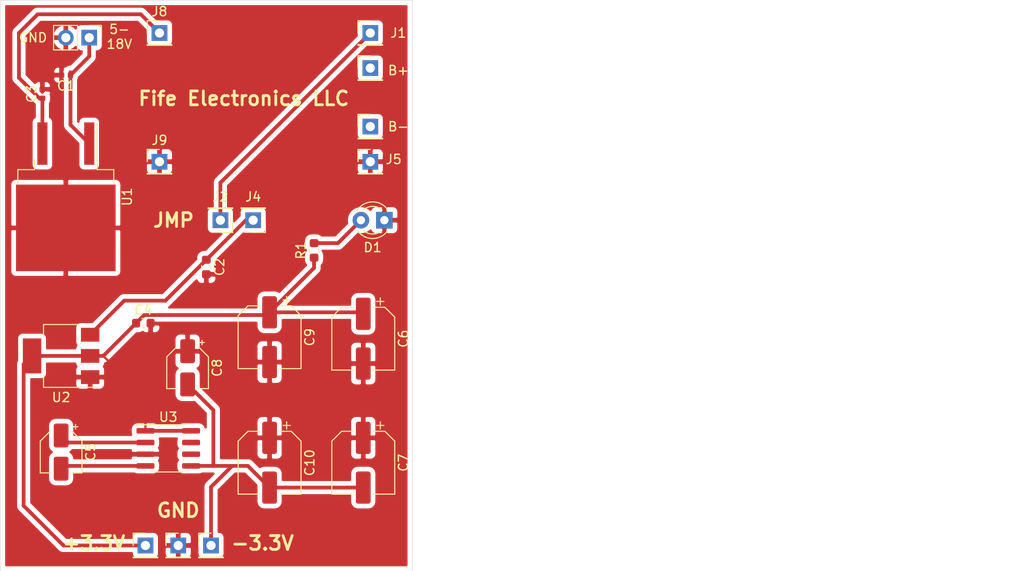
<source format=kicad_pcb>
(kicad_pcb (version 20171130) (host pcbnew "(5.1.6)-1")

  (general
    (thickness 1.6)
    (drawings 16)
    (tracks 53)
    (zones 0)
    (modules 27)
    (nets 15)
  )

  (page A4)
  (layers
    (0 F.Cu signal)
    (31 B.Cu signal hide)
    (32 B.Adhes user)
    (33 F.Adhes user)
    (34 B.Paste user)
    (35 F.Paste user)
    (36 B.SilkS user)
    (37 F.SilkS user)
    (38 B.Mask user)
    (39 F.Mask user)
    (40 Dwgs.User user)
    (41 Cmts.User user)
    (42 Eco1.User user)
    (43 Eco2.User user)
    (44 Edge.Cuts user)
    (45 Margin user)
    (46 B.CrtYd user)
    (47 F.CrtYd user)
    (48 B.Fab user)
    (49 F.Fab user hide)
  )

  (setup
    (last_trace_width 0.25)
    (user_trace_width 0.406)
    (user_trace_width 0.4064)
    (trace_clearance 0.2)
    (zone_clearance 0.508)
    (zone_45_only no)
    (trace_min 0.2)
    (via_size 0.8)
    (via_drill 0.4)
    (via_min_size 0.4)
    (via_min_drill 0.3)
    (uvia_size 0.3)
    (uvia_drill 0.1)
    (uvias_allowed no)
    (uvia_min_size 0.2)
    (uvia_min_drill 0.1)
    (edge_width 0.05)
    (segment_width 0.2)
    (pcb_text_width 0.3)
    (pcb_text_size 1.5 1.5)
    (mod_edge_width 0.12)
    (mod_text_size 1 1)
    (mod_text_width 0.15)
    (pad_size 0.59 0.64)
    (pad_drill 0)
    (pad_to_mask_clearance 0.05)
    (aux_axis_origin 0 0)
    (visible_elements 7FFFFFFF)
    (pcbplotparams
      (layerselection 0x010f0_ffffffff)
      (usegerberextensions false)
      (usegerberattributes true)
      (usegerberadvancedattributes true)
      (creategerberjobfile true)
      (excludeedgelayer true)
      (linewidth 0.100000)
      (plotframeref false)
      (viasonmask false)
      (mode 1)
      (useauxorigin false)
      (hpglpennumber 1)
      (hpglpenspeed 20)
      (hpglpendiameter 15.000000)
      (psnegative false)
      (psa4output false)
      (plotreference true)
      (plotvalue true)
      (plotinvisibletext false)
      (padsonsilk false)
      (subtractmaskfromsilk false)
      (outputformat 1)
      (mirror false)
      (drillshape 0)
      (scaleselection 1)
      (outputdirectory ""))
  )

  (net 0 "")
  (net 1 GND)
  (net 2 "Net-(C10-Pad2)")
  (net 3 "Net-(D1-Pad2)")
  (net 4 +3V8)
  (net 5 GNDREF)
  (net 6 "Net-(C1-Pad1)")
  (net 7 "Net-(C2-Pad1)")
  (net 8 "Net-(C3-Pad1)")
  (net 9 "Net-(C4-Pad1)")
  (net 10 "Net-(C5-Pad2)")
  (net 11 "Net-(C5-Pad1)")
  (net 12 "Net-(J1-Pad1)")
  (net 13 "Net-(U3-Pad7)")
  (net 14 "Net-(U3-Pad6)")

  (net_class Default "This is the default net class."
    (clearance 0.2)
    (trace_width 0.25)
    (via_dia 0.8)
    (via_drill 0.4)
    (uvia_dia 0.3)
    (uvia_drill 0.1)
    (add_net +3V8)
    (add_net GND)
    (add_net GNDREF)
    (add_net "Net-(C1-Pad1)")
    (add_net "Net-(C10-Pad2)")
    (add_net "Net-(C2-Pad1)")
    (add_net "Net-(C3-Pad1)")
    (add_net "Net-(C4-Pad1)")
    (add_net "Net-(C5-Pad1)")
    (add_net "Net-(C5-Pad2)")
    (add_net "Net-(D1-Pad2)")
    (add_net "Net-(J1-Pad1)")
    (add_net "Net-(U3-Pad6)")
    (add_net "Net-(U3-Pad7)")
  )

  (module Package_TO_SOT_SMD:TO-263-2 (layer F.Cu) (tedit 5A70FB7B) (tstamp 60F1F0E8)
    (at 113.284 64.008 270)
    (descr "TO-263 / D2PAK / DDPAK SMD package, http://www.infineon.com/cms/en/product/packages/PG-TO263/PG-TO263-3-1/")
    (tags "D2PAK DDPAK TO-263 D2PAK-3 TO-263-3 SOT-404")
    (path /613BE832)
    (attr smd)
    (fp_text reference U1 (at 0 -6.65 90) (layer F.SilkS)
      (effects (font (size 1 1) (thickness 0.15)))
    )
    (fp_text value L7805 (at 0 6.65 90) (layer F.Fab)
      (effects (font (size 1 1) (thickness 0.15)))
    )
    (fp_line (start 8.32 -5.65) (end -8.32 -5.65) (layer F.CrtYd) (width 0.05))
    (fp_line (start 8.32 5.65) (end 8.32 -5.65) (layer F.CrtYd) (width 0.05))
    (fp_line (start -8.32 5.65) (end 8.32 5.65) (layer F.CrtYd) (width 0.05))
    (fp_line (start -8.32 -5.65) (end -8.32 5.65) (layer F.CrtYd) (width 0.05))
    (fp_line (start -2.95 3.39) (end -4.05 3.39) (layer F.SilkS) (width 0.12))
    (fp_line (start -2.95 5.2) (end -2.95 3.39) (layer F.SilkS) (width 0.12))
    (fp_line (start -1.45 5.2) (end -2.95 5.2) (layer F.SilkS) (width 0.12))
    (fp_line (start -2.95 -3.39) (end -8.075 -3.39) (layer F.SilkS) (width 0.12))
    (fp_line (start -2.95 -5.2) (end -2.95 -3.39) (layer F.SilkS) (width 0.12))
    (fp_line (start -1.45 -5.2) (end -2.95 -5.2) (layer F.SilkS) (width 0.12))
    (fp_line (start -7.45 3.04) (end -2.75 3.04) (layer F.Fab) (width 0.1))
    (fp_line (start -7.45 2.04) (end -7.45 3.04) (layer F.Fab) (width 0.1))
    (fp_line (start -2.75 2.04) (end -7.45 2.04) (layer F.Fab) (width 0.1))
    (fp_line (start -7.45 -2.04) (end -2.75 -2.04) (layer F.Fab) (width 0.1))
    (fp_line (start -7.45 -3.04) (end -7.45 -2.04) (layer F.Fab) (width 0.1))
    (fp_line (start -2.75 -3.04) (end -7.45 -3.04) (layer F.Fab) (width 0.1))
    (fp_line (start -1.75 -5) (end 6.5 -5) (layer F.Fab) (width 0.1))
    (fp_line (start -2.75 -4) (end -1.75 -5) (layer F.Fab) (width 0.1))
    (fp_line (start -2.75 5) (end -2.75 -4) (layer F.Fab) (width 0.1))
    (fp_line (start 6.5 5) (end -2.75 5) (layer F.Fab) (width 0.1))
    (fp_line (start 6.5 -5) (end 6.5 5) (layer F.Fab) (width 0.1))
    (fp_line (start 7.5 5) (end 6.5 5) (layer F.Fab) (width 0.1))
    (fp_line (start 7.5 -5) (end 7.5 5) (layer F.Fab) (width 0.1))
    (fp_line (start 6.5 -5) (end 7.5 -5) (layer F.Fab) (width 0.1))
    (fp_text user %R (at 0 0 90) (layer F.Fab)
      (effects (font (size 1 1) (thickness 0.15)))
    )
    (pad "" smd rect (at 0.95 2.775 270) (size 4.55 5.25) (layers F.Paste))
    (pad "" smd rect (at 5.8 -2.775 270) (size 4.55 5.25) (layers F.Paste))
    (pad "" smd rect (at 0.95 -2.775 270) (size 4.55 5.25) (layers F.Paste))
    (pad "" smd rect (at 5.8 2.775 270) (size 4.55 5.25) (layers F.Paste))
    (pad 2 smd rect (at 3.375 0 270) (size 9.4 10.8) (layers F.Cu F.Mask)
      (net 1 GND))
    (pad 3 smd rect (at -5.775 2.54 270) (size 4.6 1.1) (layers F.Cu F.Paste F.Mask)
      (net 8 "Net-(C3-Pad1)"))
    (pad 1 smd rect (at -5.775 -2.54 270) (size 4.6 1.1) (layers F.Cu F.Paste F.Mask)
      (net 6 "Net-(C1-Pad1)"))
    (model ${KISYS3DMOD}/Package_TO_SOT_SMD.3dshapes/TO-263-2.wrl
      (at (xyz 0 0 0))
      (scale (xyz 1 1 1))
      (rotate (xyz 0 0 0))
    )
  )

  (module Connector_PinHeader_2.54mm:PinHeader_1x01_P2.54mm_Vertical (layer F.Cu) (tedit 59FED5CC) (tstamp 60F31456)
    (at 133.604 66.548 180)
    (descr "Through hole straight pin header, 1x01, 2.54mm pitch, single row")
    (tags "Through hole pin header THT 1x01 2.54mm single row")
    (path /6101E59B)
    (fp_text reference J4 (at 0 2.54) (layer F.SilkS)
      (effects (font (size 1 1) (thickness 0.15)))
    )
    (fp_text value "3.7V INTO REG" (at -5.08 0) (layer F.Fab)
      (effects (font (size 1 1) (thickness 0.15)))
    )
    (fp_line (start 1.8 -1.8) (end -1.8 -1.8) (layer F.CrtYd) (width 0.05))
    (fp_line (start 1.8 1.8) (end 1.8 -1.8) (layer F.CrtYd) (width 0.05))
    (fp_line (start -1.8 1.8) (end 1.8 1.8) (layer F.CrtYd) (width 0.05))
    (fp_line (start -1.8 -1.8) (end -1.8 1.8) (layer F.CrtYd) (width 0.05))
    (fp_line (start -1.33 -1.33) (end 0 -1.33) (layer F.SilkS) (width 0.12))
    (fp_line (start -1.33 0) (end -1.33 -1.33) (layer F.SilkS) (width 0.12))
    (fp_line (start -1.33 1.27) (end 1.33 1.27) (layer F.SilkS) (width 0.12))
    (fp_line (start 1.33 1.27) (end 1.33 1.33) (layer F.SilkS) (width 0.12))
    (fp_line (start -1.33 1.27) (end -1.33 1.33) (layer F.SilkS) (width 0.12))
    (fp_line (start -1.33 1.33) (end 1.33 1.33) (layer F.SilkS) (width 0.12))
    (fp_line (start -1.27 -0.635) (end -0.635 -1.27) (layer F.Fab) (width 0.1))
    (fp_line (start -1.27 1.27) (end -1.27 -0.635) (layer F.Fab) (width 0.1))
    (fp_line (start 1.27 1.27) (end -1.27 1.27) (layer F.Fab) (width 0.1))
    (fp_line (start 1.27 -1.27) (end 1.27 1.27) (layer F.Fab) (width 0.1))
    (fp_line (start -0.635 -1.27) (end 1.27 -1.27) (layer F.Fab) (width 0.1))
    (fp_text user %R (at 0 0 90) (layer F.Fab)
      (effects (font (size 1 1) (thickness 0.15)))
    )
    (pad 1 thru_hole rect (at 0 0 180) (size 1.7 1.7) (drill 1) (layers *.Cu *.Mask)
      (net 7 "Net-(C2-Pad1)"))
    (model ${KISYS3DMOD}/Connector_PinHeader_2.54mm.3dshapes/PinHeader_1x01_P2.54mm_Vertical.wrl
      (at (xyz 0 0 0))
      (scale (xyz 1 1 1))
      (rotate (xyz 0 0 0))
    )
  )

  (module Connector_PinHeader_2.54mm:PinHeader_1x01_P2.54mm_Vertical (layer F.Cu) (tedit 59FED5CC) (tstamp 60F31441)
    (at 130.048 66.548 180)
    (descr "Through hole straight pin header, 1x01, 2.54mm pitch, single row")
    (tags "Through hole pin header THT 1x01 2.54mm single row")
    (path /61018BFE)
    (fp_text reference J2 (at 0 2.54) (layer F.SilkS)
      (effects (font (size 1 1) (thickness 0.15)))
    )
    (fp_text value "3.7V FROM CHARGER" (at 5.08 0) (layer F.Fab)
      (effects (font (size 1 1) (thickness 0.15)))
    )
    (fp_line (start 1.8 -1.8) (end -1.8 -1.8) (layer F.CrtYd) (width 0.05))
    (fp_line (start 1.8 1.8) (end 1.8 -1.8) (layer F.CrtYd) (width 0.05))
    (fp_line (start -1.8 1.8) (end 1.8 1.8) (layer F.CrtYd) (width 0.05))
    (fp_line (start -1.8 -1.8) (end -1.8 1.8) (layer F.CrtYd) (width 0.05))
    (fp_line (start -1.33 -1.33) (end 0 -1.33) (layer F.SilkS) (width 0.12))
    (fp_line (start -1.33 0) (end -1.33 -1.33) (layer F.SilkS) (width 0.12))
    (fp_line (start -1.33 1.27) (end 1.33 1.27) (layer F.SilkS) (width 0.12))
    (fp_line (start 1.33 1.27) (end 1.33 1.33) (layer F.SilkS) (width 0.12))
    (fp_line (start -1.33 1.27) (end -1.33 1.33) (layer F.SilkS) (width 0.12))
    (fp_line (start -1.33 1.33) (end 1.33 1.33) (layer F.SilkS) (width 0.12))
    (fp_line (start -1.27 -0.635) (end -0.635 -1.27) (layer F.Fab) (width 0.1))
    (fp_line (start -1.27 1.27) (end -1.27 -0.635) (layer F.Fab) (width 0.1))
    (fp_line (start 1.27 1.27) (end -1.27 1.27) (layer F.Fab) (width 0.1))
    (fp_line (start 1.27 -1.27) (end 1.27 1.27) (layer F.Fab) (width 0.1))
    (fp_line (start -0.635 -1.27) (end 1.27 -1.27) (layer F.Fab) (width 0.1))
    (fp_text user %R (at 0 0 90) (layer F.Fab)
      (effects (font (size 1 1) (thickness 0.15)))
    )
    (pad 1 thru_hole rect (at 0 0 180) (size 1.7 1.7) (drill 1) (layers *.Cu *.Mask)
      (net 12 "Net-(J1-Pad1)"))
    (model ${KISYS3DMOD}/Connector_PinHeader_2.54mm.3dshapes/PinHeader_1x01_P2.54mm_Vertical.wrl
      (at (xyz 0 0 0))
      (scale (xyz 1 1 1))
      (rotate (xyz 0 0 0))
    )
  )

  (module Connector_PinHeader_2.54mm:PinHeader_1x01_P2.54mm_Vertical locked (layer F.Cu) (tedit 59FED5CC) (tstamp 60F21E62)
    (at 146.304 56.388)
    (descr "Through hole straight pin header, 1x01, 2.54mm pitch, single row")
    (tags "Through hole pin header THT 1x01 2.54mm single row")
    (path /60F9E5DD)
    (fp_text reference J7 (at 3.048 0) (layer F.SilkS) hide
      (effects (font (size 1 1) (thickness 0.15)))
    )
    (fp_text value "BATT -" (at -5.08 0) (layer F.Fab)
      (effects (font (size 1 1) (thickness 0.15)))
    )
    (fp_line (start 1.8 -1.8) (end -1.8 -1.8) (layer F.CrtYd) (width 0.05))
    (fp_line (start 1.8 1.8) (end 1.8 -1.8) (layer F.CrtYd) (width 0.05))
    (fp_line (start -1.8 1.8) (end 1.8 1.8) (layer F.CrtYd) (width 0.05))
    (fp_line (start -1.8 -1.8) (end -1.8 1.8) (layer F.CrtYd) (width 0.05))
    (fp_line (start -1.33 -1.33) (end 0 -1.33) (layer F.SilkS) (width 0.12))
    (fp_line (start -1.33 0) (end -1.33 -1.33) (layer F.SilkS) (width 0.12))
    (fp_line (start -1.33 1.27) (end 1.33 1.27) (layer F.SilkS) (width 0.12))
    (fp_line (start 1.33 1.27) (end 1.33 1.33) (layer F.SilkS) (width 0.12))
    (fp_line (start -1.33 1.27) (end -1.33 1.33) (layer F.SilkS) (width 0.12))
    (fp_line (start -1.33 1.33) (end 1.33 1.33) (layer F.SilkS) (width 0.12))
    (fp_line (start -1.27 -0.635) (end -0.635 -1.27) (layer F.Fab) (width 0.1))
    (fp_line (start -1.27 1.27) (end -1.27 -0.635) (layer F.Fab) (width 0.1))
    (fp_line (start 1.27 1.27) (end -1.27 1.27) (layer F.Fab) (width 0.1))
    (fp_line (start 1.27 -1.27) (end 1.27 1.27) (layer F.Fab) (width 0.1))
    (fp_line (start -0.635 -1.27) (end 1.27 -1.27) (layer F.Fab) (width 0.1))
    (fp_text user %R (at 0 0 90) (layer F.Fab)
      (effects (font (size 1 1) (thickness 0.15)))
    )
    (pad 1 thru_hole rect (at 0 0) (size 1.7 1.7) (drill 1) (layers *.Cu *.Mask)
      (net 5 GNDREF))
    (model ${KISYS3DMOD}/Connector_PinHeader_2.54mm.3dshapes/PinHeader_1x01_P2.54mm_Vertical.wrl
      (at (xyz 0 0 0))
      (scale (xyz 1 1 1))
      (rotate (xyz 0 0 0))
    )
  )

  (module Connector_PinHeader_2.54mm:PinHeader_1x01_P2.54mm_Vertical locked (layer F.Cu) (tedit 59FED5CC) (tstamp 60F21E4D)
    (at 146.304 50.038)
    (descr "Through hole straight pin header, 1x01, 2.54mm pitch, single row")
    (tags "Through hole pin header THT 1x01 2.54mm single row")
    (path /60F9E149)
    (fp_text reference J6 (at 0 2.794) (layer F.SilkS) hide
      (effects (font (size 1 1) (thickness 0.15)))
    )
    (fp_text value BATT+ (at -4.572 0) (layer F.Fab)
      (effects (font (size 1 1) (thickness 0.15)))
    )
    (fp_line (start 1.8 -1.8) (end -1.8 -1.8) (layer F.CrtYd) (width 0.05))
    (fp_line (start 1.8 1.8) (end 1.8 -1.8) (layer F.CrtYd) (width 0.05))
    (fp_line (start -1.8 1.8) (end 1.8 1.8) (layer F.CrtYd) (width 0.05))
    (fp_line (start -1.8 -1.8) (end -1.8 1.8) (layer F.CrtYd) (width 0.05))
    (fp_line (start -1.33 -1.33) (end 0 -1.33) (layer F.SilkS) (width 0.12))
    (fp_line (start -1.33 0) (end -1.33 -1.33) (layer F.SilkS) (width 0.12))
    (fp_line (start -1.33 1.27) (end 1.33 1.27) (layer F.SilkS) (width 0.12))
    (fp_line (start 1.33 1.27) (end 1.33 1.33) (layer F.SilkS) (width 0.12))
    (fp_line (start -1.33 1.27) (end -1.33 1.33) (layer F.SilkS) (width 0.12))
    (fp_line (start -1.33 1.33) (end 1.33 1.33) (layer F.SilkS) (width 0.12))
    (fp_line (start -1.27 -0.635) (end -0.635 -1.27) (layer F.Fab) (width 0.1))
    (fp_line (start -1.27 1.27) (end -1.27 -0.635) (layer F.Fab) (width 0.1))
    (fp_line (start 1.27 1.27) (end -1.27 1.27) (layer F.Fab) (width 0.1))
    (fp_line (start 1.27 -1.27) (end 1.27 1.27) (layer F.Fab) (width 0.1))
    (fp_line (start -0.635 -1.27) (end 1.27 -1.27) (layer F.Fab) (width 0.1))
    (fp_text user %R (at 0 0 90) (layer F.Fab)
      (effects (font (size 1 1) (thickness 0.15)))
    )
    (pad 1 thru_hole rect (at 0 0) (size 1.7 1.7) (drill 1) (layers *.Cu *.Mask)
      (net 4 +3V8))
    (model ${KISYS3DMOD}/Connector_PinHeader_2.54mm.3dshapes/PinHeader_1x01_P2.54mm_Vertical.wrl
      (at (xyz 0 0 0))
      (scale (xyz 1 1 1))
      (rotate (xyz 0 0 0))
    )
  )

  (module Connector_PinHeader_2.54mm:PinHeader_1x01_P2.54mm_Vertical locked (layer F.Cu) (tedit 59FED5CC) (tstamp 60F20AD2)
    (at 146.304 60.198)
    (descr "Through hole straight pin header, 1x01, 2.54mm pitch, single row")
    (tags "Through hole pin header THT 1x01 2.54mm single row")
    (path /60F91A23)
    (fp_text reference J5 (at 2.54 -0.254) (layer F.SilkS)
      (effects (font (size 1 1) (thickness 0.15)))
    )
    (fp_text value "0V FROM CHARGER" (at -9.652 0.254) (layer F.Fab)
      (effects (font (size 1 1) (thickness 0.15)))
    )
    (fp_line (start 1.8 -1.8) (end -1.8 -1.8) (layer F.CrtYd) (width 0.05))
    (fp_line (start 1.8 1.8) (end 1.8 -1.8) (layer F.CrtYd) (width 0.05))
    (fp_line (start -1.8 1.8) (end 1.8 1.8) (layer F.CrtYd) (width 0.05))
    (fp_line (start -1.8 -1.8) (end -1.8 1.8) (layer F.CrtYd) (width 0.05))
    (fp_line (start -1.33 -1.33) (end 0 -1.33) (layer F.SilkS) (width 0.12))
    (fp_line (start -1.33 0) (end -1.33 -1.33) (layer F.SilkS) (width 0.12))
    (fp_line (start -1.33 1.27) (end 1.33 1.27) (layer F.SilkS) (width 0.12))
    (fp_line (start 1.33 1.27) (end 1.33 1.33) (layer F.SilkS) (width 0.12))
    (fp_line (start -1.33 1.27) (end -1.33 1.33) (layer F.SilkS) (width 0.12))
    (fp_line (start -1.33 1.33) (end 1.33 1.33) (layer F.SilkS) (width 0.12))
    (fp_line (start -1.27 -0.635) (end -0.635 -1.27) (layer F.Fab) (width 0.1))
    (fp_line (start -1.27 1.27) (end -1.27 -0.635) (layer F.Fab) (width 0.1))
    (fp_line (start 1.27 1.27) (end -1.27 1.27) (layer F.Fab) (width 0.1))
    (fp_line (start 1.27 -1.27) (end 1.27 1.27) (layer F.Fab) (width 0.1))
    (fp_line (start -0.635 -1.27) (end 1.27 -1.27) (layer F.Fab) (width 0.1))
    (fp_text user %R (at 0 0 90) (layer F.Fab)
      (effects (font (size 1 1) (thickness 0.15)))
    )
    (pad 1 thru_hole rect (at 0 0) (size 1.7 1.7) (drill 1) (layers *.Cu *.Mask)
      (net 1 GND))
    (model ${KISYS3DMOD}/Connector_PinHeader_2.54mm.3dshapes/PinHeader_1x01_P2.54mm_Vertical.wrl
      (at (xyz 0 0 0))
      (scale (xyz 1 1 1))
      (rotate (xyz 0 0 0))
    )
  )

  (module Connector_PinHeader_2.54mm:PinHeader_1x01_P2.54mm_Vertical locked (layer F.Cu) (tedit 59FED5CC) (tstamp 60F20A1B)
    (at 146.304 46.228)
    (descr "Through hole straight pin header, 1x01, 2.54mm pitch, single row")
    (tags "Through hole pin header THT 1x01 2.54mm single row")
    (path /60F91A1D)
    (fp_text reference J1 (at 3.048 0) (layer F.SilkS)
      (effects (font (size 1 1) (thickness 0.15)))
    )
    (fp_text value "3.7V FROM CHARGER" (at -10.16 -0.508) (layer F.Fab)
      (effects (font (size 1 1) (thickness 0.15)))
    )
    (fp_line (start 1.8 -1.8) (end -1.8 -1.8) (layer F.CrtYd) (width 0.05))
    (fp_line (start 1.8 1.8) (end 1.8 -1.8) (layer F.CrtYd) (width 0.05))
    (fp_line (start -1.8 1.8) (end 1.8 1.8) (layer F.CrtYd) (width 0.05))
    (fp_line (start -1.8 -1.8) (end -1.8 1.8) (layer F.CrtYd) (width 0.05))
    (fp_line (start -1.33 -1.33) (end 0 -1.33) (layer F.SilkS) (width 0.12))
    (fp_line (start -1.33 0) (end -1.33 -1.33) (layer F.SilkS) (width 0.12))
    (fp_line (start -1.33 1.27) (end 1.33 1.27) (layer F.SilkS) (width 0.12))
    (fp_line (start 1.33 1.27) (end 1.33 1.33) (layer F.SilkS) (width 0.12))
    (fp_line (start -1.33 1.27) (end -1.33 1.33) (layer F.SilkS) (width 0.12))
    (fp_line (start -1.33 1.33) (end 1.33 1.33) (layer F.SilkS) (width 0.12))
    (fp_line (start -1.27 -0.635) (end -0.635 -1.27) (layer F.Fab) (width 0.1))
    (fp_line (start -1.27 1.27) (end -1.27 -0.635) (layer F.Fab) (width 0.1))
    (fp_line (start 1.27 1.27) (end -1.27 1.27) (layer F.Fab) (width 0.1))
    (fp_line (start 1.27 -1.27) (end 1.27 1.27) (layer F.Fab) (width 0.1))
    (fp_line (start -0.635 -1.27) (end 1.27 -1.27) (layer F.Fab) (width 0.1))
    (fp_text user %R (at 0 0 90) (layer F.Fab)
      (effects (font (size 1 1) (thickness 0.15)))
    )
    (pad 1 thru_hole rect (at 0 0) (size 1.7 1.7) (drill 1) (layers *.Cu *.Mask)
      (net 12 "Net-(J1-Pad1)"))
    (model ${KISYS3DMOD}/Connector_PinHeader_2.54mm.3dshapes/PinHeader_1x01_P2.54mm_Vertical.wrl
      (at (xyz 0 0 0))
      (scale (xyz 1 1 1))
      (rotate (xyz 0 0 0))
    )
  )

  (module Connector_PinHeader_2.54mm:PinHeader_1x01_P2.54mm_Vertical locked (layer F.Cu) (tedit 59FED5CC) (tstamp 60F20163)
    (at 123.444 60.198)
    (descr "Through hole straight pin header, 1x01, 2.54mm pitch, single row")
    (tags "Through hole pin header THT 1x01 2.54mm single row")
    (path /60F8261B)
    (fp_text reference J9 (at 0 -2.33) (layer F.SilkS)
      (effects (font (size 1 1) (thickness 0.15)))
    )
    (fp_text value "0V Out to charger" (at 0 2.33) (layer F.Fab)
      (effects (font (size 1 1) (thickness 0.15)))
    )
    (fp_line (start 1.8 -1.8) (end -1.8 -1.8) (layer F.CrtYd) (width 0.05))
    (fp_line (start 1.8 1.8) (end 1.8 -1.8) (layer F.CrtYd) (width 0.05))
    (fp_line (start -1.8 1.8) (end 1.8 1.8) (layer F.CrtYd) (width 0.05))
    (fp_line (start -1.8 -1.8) (end -1.8 1.8) (layer F.CrtYd) (width 0.05))
    (fp_line (start -1.33 -1.33) (end 0 -1.33) (layer F.SilkS) (width 0.12))
    (fp_line (start -1.33 0) (end -1.33 -1.33) (layer F.SilkS) (width 0.12))
    (fp_line (start -1.33 1.27) (end 1.33 1.27) (layer F.SilkS) (width 0.12))
    (fp_line (start 1.33 1.27) (end 1.33 1.33) (layer F.SilkS) (width 0.12))
    (fp_line (start -1.33 1.27) (end -1.33 1.33) (layer F.SilkS) (width 0.12))
    (fp_line (start -1.33 1.33) (end 1.33 1.33) (layer F.SilkS) (width 0.12))
    (fp_line (start -1.27 -0.635) (end -0.635 -1.27) (layer F.Fab) (width 0.1))
    (fp_line (start -1.27 1.27) (end -1.27 -0.635) (layer F.Fab) (width 0.1))
    (fp_line (start 1.27 1.27) (end -1.27 1.27) (layer F.Fab) (width 0.1))
    (fp_line (start 1.27 -1.27) (end 1.27 1.27) (layer F.Fab) (width 0.1))
    (fp_line (start -0.635 -1.27) (end 1.27 -1.27) (layer F.Fab) (width 0.1))
    (fp_text user %R (at 0 0 90) (layer F.Fab)
      (effects (font (size 1 1) (thickness 0.15)))
    )
    (pad 1 thru_hole rect (at 0 0) (size 1.7 1.7) (drill 1) (layers *.Cu *.Mask)
      (net 1 GND))
    (model ${KISYS3DMOD}/Connector_PinHeader_2.54mm.3dshapes/PinHeader_1x01_P2.54mm_Vertical.wrl
      (at (xyz 0 0 0))
      (scale (xyz 1 1 1))
      (rotate (xyz 0 0 0))
    )
  )

  (module Connector_PinHeader_2.54mm:PinHeader_1x01_P2.54mm_Vertical locked (layer F.Cu) (tedit 59FED5CC) (tstamp 60F20126)
    (at 123.444 46.228)
    (descr "Through hole straight pin header, 1x01, 2.54mm pitch, single row")
    (tags "Through hole pin header THT 1x01 2.54mm single row")
    (path /60F81B23)
    (fp_text reference J8 (at 0 -2.33) (layer F.SilkS)
      (effects (font (size 1 1) (thickness 0.15)))
    )
    (fp_text value "5V Out to Charger" (at 0 2.33) (layer F.Fab)
      (effects (font (size 1 1) (thickness 0.15)))
    )
    (fp_line (start 1.8 -1.8) (end -1.8 -1.8) (layer F.CrtYd) (width 0.05))
    (fp_line (start 1.8 1.8) (end 1.8 -1.8) (layer F.CrtYd) (width 0.05))
    (fp_line (start -1.8 1.8) (end 1.8 1.8) (layer F.CrtYd) (width 0.05))
    (fp_line (start -1.8 -1.8) (end -1.8 1.8) (layer F.CrtYd) (width 0.05))
    (fp_line (start -1.33 -1.33) (end 0 -1.33) (layer F.SilkS) (width 0.12))
    (fp_line (start -1.33 0) (end -1.33 -1.33) (layer F.SilkS) (width 0.12))
    (fp_line (start -1.33 1.27) (end 1.33 1.27) (layer F.SilkS) (width 0.12))
    (fp_line (start 1.33 1.27) (end 1.33 1.33) (layer F.SilkS) (width 0.12))
    (fp_line (start -1.33 1.27) (end -1.33 1.33) (layer F.SilkS) (width 0.12))
    (fp_line (start -1.33 1.33) (end 1.33 1.33) (layer F.SilkS) (width 0.12))
    (fp_line (start -1.27 -0.635) (end -0.635 -1.27) (layer F.Fab) (width 0.1))
    (fp_line (start -1.27 1.27) (end -1.27 -0.635) (layer F.Fab) (width 0.1))
    (fp_line (start 1.27 1.27) (end -1.27 1.27) (layer F.Fab) (width 0.1))
    (fp_line (start 1.27 -1.27) (end 1.27 1.27) (layer F.Fab) (width 0.1))
    (fp_line (start -0.635 -1.27) (end 1.27 -1.27) (layer F.Fab) (width 0.1))
    (fp_text user %R (at 0 0 90) (layer F.Fab)
      (effects (font (size 1 1) (thickness 0.15)))
    )
    (pad 1 thru_hole rect (at 0 0) (size 1.7 1.7) (drill 1) (layers *.Cu *.Mask)
      (net 8 "Net-(C3-Pad1)"))
    (model ${KISYS3DMOD}/Connector_PinHeader_2.54mm.3dshapes/PinHeader_1x01_P2.54mm_Vertical.wrl
      (at (xyz 0 0 0))
      (scale (xyz 1 1 1))
      (rotate (xyz 0 0 0))
    )
  )

  (module Package_SO:SOIC-8_3.9x4.9mm_P1.27mm (layer F.Cu) (tedit 5D9F72B1) (tstamp 60F1F118)
    (at 124.395 91.313)
    (descr "SOIC, 8 Pin (JEDEC MS-012AA, https://www.analog.com/media/en/package-pcb-resources/package/pkg_pdf/soic_narrow-r/r_8.pdf), generated with kicad-footprint-generator ipc_gullwing_generator.py")
    (tags "SOIC SO")
    (path /61015419)
    (attr smd)
    (fp_text reference U3 (at 0 -3.4) (layer F.SilkS)
      (effects (font (size 1 1) (thickness 0.15)))
    )
    (fp_text value MAX1044 (at 0 3.4) (layer F.Fab)
      (effects (font (size 1 1) (thickness 0.15)))
    )
    (fp_line (start 3.7 -2.7) (end -3.7 -2.7) (layer F.CrtYd) (width 0.05))
    (fp_line (start 3.7 2.7) (end 3.7 -2.7) (layer F.CrtYd) (width 0.05))
    (fp_line (start -3.7 2.7) (end 3.7 2.7) (layer F.CrtYd) (width 0.05))
    (fp_line (start -3.7 -2.7) (end -3.7 2.7) (layer F.CrtYd) (width 0.05))
    (fp_line (start -1.95 -1.475) (end -0.975 -2.45) (layer F.Fab) (width 0.1))
    (fp_line (start -1.95 2.45) (end -1.95 -1.475) (layer F.Fab) (width 0.1))
    (fp_line (start 1.95 2.45) (end -1.95 2.45) (layer F.Fab) (width 0.1))
    (fp_line (start 1.95 -2.45) (end 1.95 2.45) (layer F.Fab) (width 0.1))
    (fp_line (start -0.975 -2.45) (end 1.95 -2.45) (layer F.Fab) (width 0.1))
    (fp_line (start 0 -2.56) (end -3.45 -2.56) (layer F.SilkS) (width 0.12))
    (fp_line (start 0 -2.56) (end 1.95 -2.56) (layer F.SilkS) (width 0.12))
    (fp_line (start 0 2.56) (end -1.95 2.56) (layer F.SilkS) (width 0.12))
    (fp_line (start 0 2.56) (end 1.95 2.56) (layer F.SilkS) (width 0.12))
    (fp_text user %R (at 0 0) (layer F.Fab)
      (effects (font (size 0.98 0.98) (thickness 0.15)))
    )
    (pad 8 smd roundrect (at 2.475 -1.905) (size 1.95 0.6) (layers F.Cu F.Paste F.Mask) (roundrect_rratio 0.25)
      (net 9 "Net-(C4-Pad1)"))
    (pad 7 smd roundrect (at 2.475 -0.635) (size 1.95 0.6) (layers F.Cu F.Paste F.Mask) (roundrect_rratio 0.25)
      (net 13 "Net-(U3-Pad7)"))
    (pad 6 smd roundrect (at 2.475 0.635) (size 1.95 0.6) (layers F.Cu F.Paste F.Mask) (roundrect_rratio 0.25)
      (net 14 "Net-(U3-Pad6)"))
    (pad 5 smd roundrect (at 2.475 1.905) (size 1.95 0.6) (layers F.Cu F.Paste F.Mask) (roundrect_rratio 0.25)
      (net 2 "Net-(C10-Pad2)"))
    (pad 4 smd roundrect (at -2.475 1.905) (size 1.95 0.6) (layers F.Cu F.Paste F.Mask) (roundrect_rratio 0.25)
      (net 10 "Net-(C5-Pad2)"))
    (pad 3 smd roundrect (at -2.475 0.635) (size 1.95 0.6) (layers F.Cu F.Paste F.Mask) (roundrect_rratio 0.25)
      (net 1 GND))
    (pad 2 smd roundrect (at -2.475 -0.635) (size 1.95 0.6) (layers F.Cu F.Paste F.Mask) (roundrect_rratio 0.25)
      (net 11 "Net-(C5-Pad1)"))
    (pad 1 smd roundrect (at -2.475 -1.905) (size 1.95 0.6) (layers F.Cu F.Paste F.Mask) (roundrect_rratio 0.25)
      (net 9 "Net-(C4-Pad1)"))
    (model ${KISYS3DMOD}/Package_SO.3dshapes/SOIC-8_3.9x4.9mm_P1.27mm.wrl
      (at (xyz 0 0 0))
      (scale (xyz 1 1 1))
      (rotate (xyz 0 0 0))
    )
  )

  (module Package_TO_SOT_SMD:SOT-223-3_TabPin2 (layer F.Cu) (tedit 5A02FF57) (tstamp 60F1F0FE)
    (at 112.776 81.28 180)
    (descr "module CMS SOT223 4 pins")
    (tags "CMS SOT")
    (path /6101643A)
    (attr smd)
    (fp_text reference U2 (at 0 -4.5) (layer F.SilkS)
      (effects (font (size 1 1) (thickness 0.15)))
    )
    (fp_text value LD1117S33TR_SOT223 (at 6.756 -2.78 90) (layer F.Fab)
      (effects (font (size 1 1) (thickness 0.15)))
    )
    (fp_line (start 1.85 -3.35) (end 1.85 3.35) (layer F.Fab) (width 0.1))
    (fp_line (start -1.85 3.35) (end 1.85 3.35) (layer F.Fab) (width 0.1))
    (fp_line (start -4.1 -3.41) (end 1.91 -3.41) (layer F.SilkS) (width 0.12))
    (fp_line (start -0.85 -3.35) (end 1.85 -3.35) (layer F.Fab) (width 0.1))
    (fp_line (start -1.85 3.41) (end 1.91 3.41) (layer F.SilkS) (width 0.12))
    (fp_line (start -1.85 -2.35) (end -1.85 3.35) (layer F.Fab) (width 0.1))
    (fp_line (start -1.85 -2.35) (end -0.85 -3.35) (layer F.Fab) (width 0.1))
    (fp_line (start -4.4 -3.6) (end -4.4 3.6) (layer F.CrtYd) (width 0.05))
    (fp_line (start -4.4 3.6) (end 4.4 3.6) (layer F.CrtYd) (width 0.05))
    (fp_line (start 4.4 3.6) (end 4.4 -3.6) (layer F.CrtYd) (width 0.05))
    (fp_line (start 4.4 -3.6) (end -4.4 -3.6) (layer F.CrtYd) (width 0.05))
    (fp_line (start 1.91 -3.41) (end 1.91 -2.15) (layer F.SilkS) (width 0.12))
    (fp_line (start 1.91 3.41) (end 1.91 2.15) (layer F.SilkS) (width 0.12))
    (fp_text user %R (at 0 0 90) (layer F.Fab)
      (effects (font (size 0.8 0.8) (thickness 0.12)))
    )
    (pad 1 smd rect (at -3.15 -2.3 180) (size 2 1.5) (layers F.Cu F.Paste F.Mask)
      (net 1 GND))
    (pad 3 smd rect (at -3.15 2.3 180) (size 2 1.5) (layers F.Cu F.Paste F.Mask)
      (net 7 "Net-(C2-Pad1)"))
    (pad 2 smd rect (at -3.15 0 180) (size 2 1.5) (layers F.Cu F.Paste F.Mask)
      (net 9 "Net-(C4-Pad1)"))
    (pad 2 smd rect (at 3.15 0 180) (size 2 3.8) (layers F.Cu F.Paste F.Mask)
      (net 9 "Net-(C4-Pad1)"))
    (model ${KISYS3DMOD}/Package_TO_SOT_SMD.3dshapes/SOT-223.wrl
      (at (xyz 0 0 0))
      (scale (xyz 1 1 1))
      (rotate (xyz 0 0 0))
    )
  )

  (module Resistor_SMD:R_0603_1608Metric (layer F.Cu) (tedit 5B301BBD) (tstamp 60F1F0C4)
    (at 140.208 69.8245 90)
    (descr "Resistor SMD 0603 (1608 Metric), square (rectangular) end terminal, IPC_7351 nominal, (Body size source: http://www.tortai-tech.com/upload/download/2011102023233369053.pdf), generated with kicad-footprint-generator")
    (tags resistor)
    (path /60F752DA)
    (attr smd)
    (fp_text reference R1 (at 0 -1.43 90) (layer F.SilkS)
      (effects (font (size 1 1) (thickness 0.15)))
    )
    (fp_text value 1k (at 0 1.43 90) (layer F.Fab)
      (effects (font (size 1 1) (thickness 0.15)))
    )
    (fp_line (start 1.48 0.73) (end -1.48 0.73) (layer F.CrtYd) (width 0.05))
    (fp_line (start 1.48 -0.73) (end 1.48 0.73) (layer F.CrtYd) (width 0.05))
    (fp_line (start -1.48 -0.73) (end 1.48 -0.73) (layer F.CrtYd) (width 0.05))
    (fp_line (start -1.48 0.73) (end -1.48 -0.73) (layer F.CrtYd) (width 0.05))
    (fp_line (start -0.162779 0.51) (end 0.162779 0.51) (layer F.SilkS) (width 0.12))
    (fp_line (start -0.162779 -0.51) (end 0.162779 -0.51) (layer F.SilkS) (width 0.12))
    (fp_line (start 0.8 0.4) (end -0.8 0.4) (layer F.Fab) (width 0.1))
    (fp_line (start 0.8 -0.4) (end 0.8 0.4) (layer F.Fab) (width 0.1))
    (fp_line (start -0.8 -0.4) (end 0.8 -0.4) (layer F.Fab) (width 0.1))
    (fp_line (start -0.8 0.4) (end -0.8 -0.4) (layer F.Fab) (width 0.1))
    (fp_text user %R (at 0 0 90) (layer F.Fab)
      (effects (font (size 0.4 0.4) (thickness 0.06)))
    )
    (pad 2 smd roundrect (at 0.7875 0 90) (size 0.875 0.95) (layers F.Cu F.Paste F.Mask) (roundrect_rratio 0.25)
      (net 3 "Net-(D1-Pad2)"))
    (pad 1 smd roundrect (at -0.7875 0 90) (size 0.875 0.95) (layers F.Cu F.Paste F.Mask) (roundrect_rratio 0.25)
      (net 9 "Net-(C4-Pad1)"))
    (model ${KISYS3DMOD}/Resistor_SMD.3dshapes/R_0603_1608Metric.wrl
      (at (xyz 0 0 0))
      (scale (xyz 1 1 1))
      (rotate (xyz 0 0 0))
    )
  )

  (module Connector_PinHeader_2.54mm:PinHeader_1x01_P2.54mm_Vertical (layer F.Cu) (tedit 59FED5CC) (tstamp 60F1F0B3)
    (at 129.032 101.854)
    (descr "Through hole straight pin header, 1x01, 2.54mm pitch, single row")
    (tags "Through hole pin header THT 1x01 2.54mm single row")
    (path /60F458DF)
    (fp_text reference J12 (at 0 -2.33) (layer F.SilkS) hide
      (effects (font (size 1 1) (thickness 0.15)))
    )
    (fp_text value -3.3V (at 0 2.33) (layer F.Fab)
      (effects (font (size 1 1) (thickness 0.15)))
    )
    (fp_line (start 1.8 -1.8) (end -1.8 -1.8) (layer F.CrtYd) (width 0.05))
    (fp_line (start 1.8 1.8) (end 1.8 -1.8) (layer F.CrtYd) (width 0.05))
    (fp_line (start -1.8 1.8) (end 1.8 1.8) (layer F.CrtYd) (width 0.05))
    (fp_line (start -1.8 -1.8) (end -1.8 1.8) (layer F.CrtYd) (width 0.05))
    (fp_line (start -1.33 -1.33) (end 0 -1.33) (layer F.SilkS) (width 0.12))
    (fp_line (start -1.33 0) (end -1.33 -1.33) (layer F.SilkS) (width 0.12))
    (fp_line (start -1.33 1.27) (end 1.33 1.27) (layer F.SilkS) (width 0.12))
    (fp_line (start 1.33 1.27) (end 1.33 1.33) (layer F.SilkS) (width 0.12))
    (fp_line (start -1.33 1.27) (end -1.33 1.33) (layer F.SilkS) (width 0.12))
    (fp_line (start -1.33 1.33) (end 1.33 1.33) (layer F.SilkS) (width 0.12))
    (fp_line (start -1.27 -0.635) (end -0.635 -1.27) (layer F.Fab) (width 0.1))
    (fp_line (start -1.27 1.27) (end -1.27 -0.635) (layer F.Fab) (width 0.1))
    (fp_line (start 1.27 1.27) (end -1.27 1.27) (layer F.Fab) (width 0.1))
    (fp_line (start 1.27 -1.27) (end 1.27 1.27) (layer F.Fab) (width 0.1))
    (fp_line (start -0.635 -1.27) (end 1.27 -1.27) (layer F.Fab) (width 0.1))
    (fp_text user %R (at 0 0 90) (layer F.Fab)
      (effects (font (size 1 1) (thickness 0.15)))
    )
    (pad 1 thru_hole rect (at 0 0) (size 1.7 1.7) (drill 1) (layers *.Cu *.Mask)
      (net 2 "Net-(C10-Pad2)"))
    (model ${KISYS3DMOD}/Connector_PinHeader_2.54mm.3dshapes/PinHeader_1x01_P2.54mm_Vertical.wrl
      (at (xyz 0 0 0))
      (scale (xyz 1 1 1))
      (rotate (xyz 0 0 0))
    )
  )

  (module Connector_PinHeader_2.54mm:PinHeader_1x02_P2.54mm_Vertical (layer F.Cu) (tedit 59FED5CC) (tstamp 60F1F088)
    (at 115.824 46.736 270)
    (descr "Through hole straight pin header, 1x02, 2.54mm pitch, single row")
    (tags "Through hole pin header THT 1x02 2.54mm single row")
    (path /615B4393)
    (fp_text reference J3 (at 0 -2.33 90) (layer F.SilkS) hide
      (effects (font (size 1 1) (thickness 0.15)))
    )
    (fp_text value "9V-18V Input" (at 2.54 0.508 180) (layer F.Fab)
      (effects (font (size 1 1) (thickness 0.15)))
    )
    (fp_line (start 1.8 -1.8) (end -1.8 -1.8) (layer F.CrtYd) (width 0.05))
    (fp_line (start 1.8 4.35) (end 1.8 -1.8) (layer F.CrtYd) (width 0.05))
    (fp_line (start -1.8 4.35) (end 1.8 4.35) (layer F.CrtYd) (width 0.05))
    (fp_line (start -1.8 -1.8) (end -1.8 4.35) (layer F.CrtYd) (width 0.05))
    (fp_line (start -1.33 -1.33) (end 0 -1.33) (layer F.SilkS) (width 0.12))
    (fp_line (start -1.33 0) (end -1.33 -1.33) (layer F.SilkS) (width 0.12))
    (fp_line (start -1.33 1.27) (end 1.33 1.27) (layer F.SilkS) (width 0.12))
    (fp_line (start 1.33 1.27) (end 1.33 3.87) (layer F.SilkS) (width 0.12))
    (fp_line (start -1.33 1.27) (end -1.33 3.87) (layer F.SilkS) (width 0.12))
    (fp_line (start -1.33 3.87) (end 1.33 3.87) (layer F.SilkS) (width 0.12))
    (fp_line (start -1.27 -0.635) (end -0.635 -1.27) (layer F.Fab) (width 0.1))
    (fp_line (start -1.27 3.81) (end -1.27 -0.635) (layer F.Fab) (width 0.1))
    (fp_line (start 1.27 3.81) (end -1.27 3.81) (layer F.Fab) (width 0.1))
    (fp_line (start 1.27 -1.27) (end 1.27 3.81) (layer F.Fab) (width 0.1))
    (fp_line (start -0.635 -1.27) (end 1.27 -1.27) (layer F.Fab) (width 0.1))
    (fp_text user %R (at 0 1.27) (layer F.Fab)
      (effects (font (size 1 1) (thickness 0.15)))
    )
    (pad 2 thru_hole oval (at 0 2.54 270) (size 1.7 1.7) (drill 1) (layers *.Cu *.Mask)
      (net 1 GND))
    (pad 1 thru_hole rect (at 0 0 270) (size 1.7 1.7) (drill 1) (layers *.Cu *.Mask)
      (net 6 "Net-(C1-Pad1)"))
    (model ${KISYS3DMOD}/Connector_PinHeader_2.54mm.3dshapes/PinHeader_1x02_P2.54mm_Vertical.wrl
      (at (xyz 0 0 0))
      (scale (xyz 1 1 1))
      (rotate (xyz 0 0 0))
    )
  )

  (module Connector_PinHeader_2.54mm:PinHeader_1x01_P2.54mm_Vertical (layer F.Cu) (tedit 59FED5CC) (tstamp 60F1F05C)
    (at 125.476 101.854)
    (descr "Through hole straight pin header, 1x01, 2.54mm pitch, single row")
    (tags "Through hole pin header THT 1x01 2.54mm single row")
    (path /60F509BA)
    (fp_text reference J11 (at 0 -2.33) (layer F.SilkS) hide
      (effects (font (size 1 1) (thickness 0.15)))
    )
    (fp_text value "0V GND" (at 0 2.33) (layer F.Fab)
      (effects (font (size 1 1) (thickness 0.15)))
    )
    (fp_line (start 1.8 -1.8) (end -1.8 -1.8) (layer F.CrtYd) (width 0.05))
    (fp_line (start 1.8 1.8) (end 1.8 -1.8) (layer F.CrtYd) (width 0.05))
    (fp_line (start -1.8 1.8) (end 1.8 1.8) (layer F.CrtYd) (width 0.05))
    (fp_line (start -1.8 -1.8) (end -1.8 1.8) (layer F.CrtYd) (width 0.05))
    (fp_line (start -1.33 -1.33) (end 0 -1.33) (layer F.SilkS) (width 0.12))
    (fp_line (start -1.33 0) (end -1.33 -1.33) (layer F.SilkS) (width 0.12))
    (fp_line (start -1.33 1.27) (end 1.33 1.27) (layer F.SilkS) (width 0.12))
    (fp_line (start 1.33 1.27) (end 1.33 1.33) (layer F.SilkS) (width 0.12))
    (fp_line (start -1.33 1.27) (end -1.33 1.33) (layer F.SilkS) (width 0.12))
    (fp_line (start -1.33 1.33) (end 1.33 1.33) (layer F.SilkS) (width 0.12))
    (fp_line (start -1.27 -0.635) (end -0.635 -1.27) (layer F.Fab) (width 0.1))
    (fp_line (start -1.27 1.27) (end -1.27 -0.635) (layer F.Fab) (width 0.1))
    (fp_line (start 1.27 1.27) (end -1.27 1.27) (layer F.Fab) (width 0.1))
    (fp_line (start 1.27 -1.27) (end 1.27 1.27) (layer F.Fab) (width 0.1))
    (fp_line (start -0.635 -1.27) (end 1.27 -1.27) (layer F.Fab) (width 0.1))
    (fp_text user %R (at 0 0 90) (layer F.Fab)
      (effects (font (size 1 1) (thickness 0.15)))
    )
    (pad 1 thru_hole rect (at 0 0) (size 1.7 1.7) (drill 1) (layers *.Cu *.Mask)
      (net 1 GND))
    (model ${KISYS3DMOD}/Connector_PinHeader_2.54mm.3dshapes/PinHeader_1x01_P2.54mm_Vertical.wrl
      (at (xyz 0 0 0))
      (scale (xyz 1 1 1))
      (rotate (xyz 0 0 0))
    )
  )

  (module Connector_PinHeader_2.54mm:PinHeader_1x01_P2.54mm_Vertical (layer F.Cu) (tedit 59FED5CC) (tstamp 60F1F047)
    (at 121.92 101.854)
    (descr "Through hole straight pin header, 1x01, 2.54mm pitch, single row")
    (tags "Through hole pin header THT 1x01 2.54mm single row")
    (path /60F453EA)
    (fp_text reference J10 (at 0 -2.33) (layer F.SilkS) hide
      (effects (font (size 1 1) (thickness 0.15)))
    )
    (fp_text value +3.3V (at 0 2.33) (layer F.Fab)
      (effects (font (size 1 1) (thickness 0.15)))
    )
    (fp_line (start 1.8 -1.8) (end -1.8 -1.8) (layer F.CrtYd) (width 0.05))
    (fp_line (start 1.8 1.8) (end 1.8 -1.8) (layer F.CrtYd) (width 0.05))
    (fp_line (start -1.8 1.8) (end 1.8 1.8) (layer F.CrtYd) (width 0.05))
    (fp_line (start -1.8 -1.8) (end -1.8 1.8) (layer F.CrtYd) (width 0.05))
    (fp_line (start -1.33 -1.33) (end 0 -1.33) (layer F.SilkS) (width 0.12))
    (fp_line (start -1.33 0) (end -1.33 -1.33) (layer F.SilkS) (width 0.12))
    (fp_line (start -1.33 1.27) (end 1.33 1.27) (layer F.SilkS) (width 0.12))
    (fp_line (start 1.33 1.27) (end 1.33 1.33) (layer F.SilkS) (width 0.12))
    (fp_line (start -1.33 1.27) (end -1.33 1.33) (layer F.SilkS) (width 0.12))
    (fp_line (start -1.33 1.33) (end 1.33 1.33) (layer F.SilkS) (width 0.12))
    (fp_line (start -1.27 -0.635) (end -0.635 -1.27) (layer F.Fab) (width 0.1))
    (fp_line (start -1.27 1.27) (end -1.27 -0.635) (layer F.Fab) (width 0.1))
    (fp_line (start 1.27 1.27) (end -1.27 1.27) (layer F.Fab) (width 0.1))
    (fp_line (start 1.27 -1.27) (end 1.27 1.27) (layer F.Fab) (width 0.1))
    (fp_line (start -0.635 -1.27) (end 1.27 -1.27) (layer F.Fab) (width 0.1))
    (fp_text user %R (at 0 0 90) (layer F.Fab)
      (effects (font (size 1 1) (thickness 0.15)))
    )
    (pad 1 thru_hole rect (at 0 0) (size 1.7 1.7) (drill 1) (layers *.Cu *.Mask)
      (net 9 "Net-(C4-Pad1)"))
    (model ${KISYS3DMOD}/Connector_PinHeader_2.54mm.3dshapes/PinHeader_1x01_P2.54mm_Vertical.wrl
      (at (xyz 0 0 0))
      (scale (xyz 1 1 1))
      (rotate (xyz 0 0 0))
    )
  )

  (module LED_THT:LED_D3.0mm_FlatTop (layer F.Cu) (tedit 5880A862) (tstamp 60F1F032)
    (at 147.828 66.548 180)
    (descr "LED, Round, FlatTop, diameter 3.0mm, 2 pins, http://www.kingbright.com/attachments/file/psearch/000/00/00/L-47XEC(Ver.9A).pdf")
    (tags "LED Round FlatTop diameter 3.0mm 2 pins")
    (path /60F76527)
    (fp_text reference D1 (at 1.27 -2.96) (layer F.SilkS)
      (effects (font (size 1 1) (thickness 0.15)))
    )
    (fp_text value LED (at 1.27 2.96) (layer F.Fab)
      (effects (font (size 1 1) (thickness 0.15)))
    )
    (fp_line (start 3.7 -2.25) (end -1.15 -2.25) (layer F.CrtYd) (width 0.05))
    (fp_line (start 3.7 2.25) (end 3.7 -2.25) (layer F.CrtYd) (width 0.05))
    (fp_line (start -1.15 2.25) (end 3.7 2.25) (layer F.CrtYd) (width 0.05))
    (fp_line (start -1.15 -2.25) (end -1.15 2.25) (layer F.CrtYd) (width 0.05))
    (fp_line (start -0.29 1.08) (end -0.29 1.236) (layer F.SilkS) (width 0.12))
    (fp_line (start -0.29 -1.236) (end -0.29 -1.08) (layer F.SilkS) (width 0.12))
    (fp_line (start -0.23 -1.16619) (end -0.23 1.16619) (layer F.Fab) (width 0.1))
    (fp_circle (center 1.27 0) (end 2.77 0) (layer F.Fab) (width 0.1))
    (fp_arc (start 1.27 0) (end 0.229039 1.08) (angle -87.9) (layer F.SilkS) (width 0.12))
    (fp_arc (start 1.27 0) (end 0.229039 -1.08) (angle 87.9) (layer F.SilkS) (width 0.12))
    (fp_arc (start 1.27 0) (end -0.29 1.235516) (angle -108.8) (layer F.SilkS) (width 0.12))
    (fp_arc (start 1.27 0) (end -0.29 -1.235516) (angle 108.8) (layer F.SilkS) (width 0.12))
    (fp_arc (start 1.27 0) (end -0.23 -1.16619) (angle 284.3) (layer F.Fab) (width 0.1))
    (pad 2 thru_hole circle (at 2.54 0 180) (size 1.8 1.8) (drill 0.9) (layers *.Cu *.Mask)
      (net 3 "Net-(D1-Pad2)"))
    (pad 1 thru_hole rect (at 0 0 180) (size 1.8 1.8) (drill 0.9) (layers *.Cu *.Mask)
      (net 1 GND))
    (model ${KISYS3DMOD}/LED_THT.3dshapes/LED_D3.0mm_FlatTop.wrl
      (at (xyz 0 0 0))
      (scale (xyz 1 1 1))
      (rotate (xyz 0 0 0))
    )
  )

  (module Capacitor_SMD:CP_Elec_4x5.7 (layer F.Cu) (tedit 5BCA39CF) (tstamp 60F1F01F)
    (at 126.492 82.572 270)
    (descr "SMD capacitor, aluminum electrolytic, United Chemi-Con, 4.0x5.7mm")
    (tags "capacitor electrolytic")
    (path /61018600)
    (attr smd)
    (fp_text reference C8 (at 0 -3.2 90) (layer F.SilkS)
      (effects (font (size 1 1) (thickness 0.15)))
    )
    (fp_text value 10uF (at 0 3.2 90) (layer F.Fab)
      (effects (font (size 1 1) (thickness 0.15)))
    )
    (fp_line (start -3.35 1.05) (end -2.4 1.05) (layer F.CrtYd) (width 0.05))
    (fp_line (start -3.35 -1.05) (end -3.35 1.05) (layer F.CrtYd) (width 0.05))
    (fp_line (start -2.4 -1.05) (end -3.35 -1.05) (layer F.CrtYd) (width 0.05))
    (fp_line (start -2.4 1.05) (end -2.4 1.25) (layer F.CrtYd) (width 0.05))
    (fp_line (start -2.4 -1.25) (end -2.4 -1.05) (layer F.CrtYd) (width 0.05))
    (fp_line (start -2.4 -1.25) (end -1.25 -2.4) (layer F.CrtYd) (width 0.05))
    (fp_line (start -2.4 1.25) (end -1.25 2.4) (layer F.CrtYd) (width 0.05))
    (fp_line (start -1.25 -2.4) (end 2.4 -2.4) (layer F.CrtYd) (width 0.05))
    (fp_line (start -1.25 2.4) (end 2.4 2.4) (layer F.CrtYd) (width 0.05))
    (fp_line (start 2.4 1.05) (end 2.4 2.4) (layer F.CrtYd) (width 0.05))
    (fp_line (start 3.35 1.05) (end 2.4 1.05) (layer F.CrtYd) (width 0.05))
    (fp_line (start 3.35 -1.05) (end 3.35 1.05) (layer F.CrtYd) (width 0.05))
    (fp_line (start 2.4 -1.05) (end 3.35 -1.05) (layer F.CrtYd) (width 0.05))
    (fp_line (start 2.4 -2.4) (end 2.4 -1.05) (layer F.CrtYd) (width 0.05))
    (fp_line (start -2.75 -1.81) (end -2.75 -1.31) (layer F.SilkS) (width 0.12))
    (fp_line (start -3 -1.56) (end -2.5 -1.56) (layer F.SilkS) (width 0.12))
    (fp_line (start -2.26 1.195563) (end -1.195563 2.26) (layer F.SilkS) (width 0.12))
    (fp_line (start -2.26 -1.195563) (end -1.195563 -2.26) (layer F.SilkS) (width 0.12))
    (fp_line (start -2.26 -1.195563) (end -2.26 -1.06) (layer F.SilkS) (width 0.12))
    (fp_line (start -2.26 1.195563) (end -2.26 1.06) (layer F.SilkS) (width 0.12))
    (fp_line (start -1.195563 2.26) (end 2.26 2.26) (layer F.SilkS) (width 0.12))
    (fp_line (start -1.195563 -2.26) (end 2.26 -2.26) (layer F.SilkS) (width 0.12))
    (fp_line (start 2.26 -2.26) (end 2.26 -1.06) (layer F.SilkS) (width 0.12))
    (fp_line (start 2.26 2.26) (end 2.26 1.06) (layer F.SilkS) (width 0.12))
    (fp_line (start -1.374773 -1.2) (end -1.374773 -0.8) (layer F.Fab) (width 0.1))
    (fp_line (start -1.574773 -1) (end -1.174773 -1) (layer F.Fab) (width 0.1))
    (fp_line (start -2.15 1.15) (end -1.15 2.15) (layer F.Fab) (width 0.1))
    (fp_line (start -2.15 -1.15) (end -1.15 -2.15) (layer F.Fab) (width 0.1))
    (fp_line (start -2.15 -1.15) (end -2.15 1.15) (layer F.Fab) (width 0.1))
    (fp_line (start -1.15 2.15) (end 2.15 2.15) (layer F.Fab) (width 0.1))
    (fp_line (start -1.15 -2.15) (end 2.15 -2.15) (layer F.Fab) (width 0.1))
    (fp_line (start 2.15 -2.15) (end 2.15 2.15) (layer F.Fab) (width 0.1))
    (fp_circle (center 0 0) (end 2 0) (layer F.Fab) (width 0.1))
    (fp_text user %R (at 0 0 90) (layer F.Fab)
      (effects (font (size 0.8 0.8) (thickness 0.12)))
    )
    (pad 2 smd roundrect (at 1.8 0 270) (size 2.6 1.6) (layers F.Cu F.Paste F.Mask) (roundrect_rratio 0.15625)
      (net 2 "Net-(C10-Pad2)"))
    (pad 1 smd roundrect (at -1.8 0 270) (size 2.6 1.6) (layers F.Cu F.Paste F.Mask) (roundrect_rratio 0.15625)
      (net 1 GND))
    (model ${KISYS3DMOD}/Capacitor_SMD.3dshapes/CP_Elec_4x5.7.wrl
      (at (xyz 0 0 0))
      (scale (xyz 1 1 1))
      (rotate (xyz 0 0 0))
    )
  )

  (module Capacitor_SMD:CP_Elec_6.3x7.7 (layer F.Cu) (tedit 5BCA39D0) (tstamp 60F1EFF7)
    (at 135.382 92.87 270)
    (descr "SMD capacitor, aluminum electrolytic, Nichicon, 6.3x7.7mm")
    (tags "capacitor electrolytic")
    (path /6109B965)
    (attr smd)
    (fp_text reference C10 (at 0 -4.35 90) (layer F.SilkS)
      (effects (font (size 1 1) (thickness 0.15)))
    )
    (fp_text value 100uF (at 0 4.35 90) (layer F.Fab)
      (effects (font (size 1 1) (thickness 0.15)))
    )
    (fp_line (start -4.7 1.05) (end -3.55 1.05) (layer F.CrtYd) (width 0.05))
    (fp_line (start -4.7 -1.05) (end -4.7 1.05) (layer F.CrtYd) (width 0.05))
    (fp_line (start -3.55 -1.05) (end -4.7 -1.05) (layer F.CrtYd) (width 0.05))
    (fp_line (start -3.55 1.05) (end -3.55 2.4) (layer F.CrtYd) (width 0.05))
    (fp_line (start -3.55 -2.4) (end -3.55 -1.05) (layer F.CrtYd) (width 0.05))
    (fp_line (start -3.55 -2.4) (end -2.4 -3.55) (layer F.CrtYd) (width 0.05))
    (fp_line (start -3.55 2.4) (end -2.4 3.55) (layer F.CrtYd) (width 0.05))
    (fp_line (start -2.4 -3.55) (end 3.55 -3.55) (layer F.CrtYd) (width 0.05))
    (fp_line (start -2.4 3.55) (end 3.55 3.55) (layer F.CrtYd) (width 0.05))
    (fp_line (start 3.55 1.05) (end 3.55 3.55) (layer F.CrtYd) (width 0.05))
    (fp_line (start 4.7 1.05) (end 3.55 1.05) (layer F.CrtYd) (width 0.05))
    (fp_line (start 4.7 -1.05) (end 4.7 1.05) (layer F.CrtYd) (width 0.05))
    (fp_line (start 3.55 -1.05) (end 4.7 -1.05) (layer F.CrtYd) (width 0.05))
    (fp_line (start 3.55 -3.55) (end 3.55 -1.05) (layer F.CrtYd) (width 0.05))
    (fp_line (start -4.04375 -2.24125) (end -4.04375 -1.45375) (layer F.SilkS) (width 0.12))
    (fp_line (start -4.4375 -1.8475) (end -3.65 -1.8475) (layer F.SilkS) (width 0.12))
    (fp_line (start -3.41 2.345563) (end -2.345563 3.41) (layer F.SilkS) (width 0.12))
    (fp_line (start -3.41 -2.345563) (end -2.345563 -3.41) (layer F.SilkS) (width 0.12))
    (fp_line (start -3.41 -2.345563) (end -3.41 -1.06) (layer F.SilkS) (width 0.12))
    (fp_line (start -3.41 2.345563) (end -3.41 1.06) (layer F.SilkS) (width 0.12))
    (fp_line (start -2.345563 3.41) (end 3.41 3.41) (layer F.SilkS) (width 0.12))
    (fp_line (start -2.345563 -3.41) (end 3.41 -3.41) (layer F.SilkS) (width 0.12))
    (fp_line (start 3.41 -3.41) (end 3.41 -1.06) (layer F.SilkS) (width 0.12))
    (fp_line (start 3.41 3.41) (end 3.41 1.06) (layer F.SilkS) (width 0.12))
    (fp_line (start -2.389838 -1.645) (end -2.389838 -1.015) (layer F.Fab) (width 0.1))
    (fp_line (start -2.704838 -1.33) (end -2.074838 -1.33) (layer F.Fab) (width 0.1))
    (fp_line (start -3.3 2.3) (end -2.3 3.3) (layer F.Fab) (width 0.1))
    (fp_line (start -3.3 -2.3) (end -2.3 -3.3) (layer F.Fab) (width 0.1))
    (fp_line (start -3.3 -2.3) (end -3.3 2.3) (layer F.Fab) (width 0.1))
    (fp_line (start -2.3 3.3) (end 3.3 3.3) (layer F.Fab) (width 0.1))
    (fp_line (start -2.3 -3.3) (end 3.3 -3.3) (layer F.Fab) (width 0.1))
    (fp_line (start 3.3 -3.3) (end 3.3 3.3) (layer F.Fab) (width 0.1))
    (fp_circle (center 0 0) (end 3.15 0) (layer F.Fab) (width 0.1))
    (fp_text user %R (at 0 0 90) (layer F.Fab)
      (effects (font (size 1 1) (thickness 0.15)))
    )
    (pad 2 smd roundrect (at 2.7 0 270) (size 3.5 1.6) (layers F.Cu F.Paste F.Mask) (roundrect_rratio 0.15625)
      (net 2 "Net-(C10-Pad2)"))
    (pad 1 smd roundrect (at -2.7 0 270) (size 3.5 1.6) (layers F.Cu F.Paste F.Mask) (roundrect_rratio 0.15625)
      (net 1 GND))
    (model ${KISYS3DMOD}/Capacitor_SMD.3dshapes/CP_Elec_6.3x7.7.wrl
      (at (xyz 0 0 0))
      (scale (xyz 1 1 1))
      (rotate (xyz 0 0 0))
    )
  )

  (module Capacitor_SMD:CP_Elec_6.3x7.7 (layer F.Cu) (tedit 5BCA39D0) (tstamp 60F1EFCF)
    (at 135.382 79.248 270)
    (descr "SMD capacitor, aluminum electrolytic, Nichicon, 6.3x7.7mm")
    (tags "capacitor electrolytic")
    (path /6109ADC4)
    (attr smd)
    (fp_text reference C9 (at 0 -4.35 90) (layer F.SilkS)
      (effects (font (size 1 1) (thickness 0.15)))
    )
    (fp_text value 100uF (at 0 4.35 90) (layer F.Fab)
      (effects (font (size 1 1) (thickness 0.15)))
    )
    (fp_line (start -4.7 1.05) (end -3.55 1.05) (layer F.CrtYd) (width 0.05))
    (fp_line (start -4.7 -1.05) (end -4.7 1.05) (layer F.CrtYd) (width 0.05))
    (fp_line (start -3.55 -1.05) (end -4.7 -1.05) (layer F.CrtYd) (width 0.05))
    (fp_line (start -3.55 1.05) (end -3.55 2.4) (layer F.CrtYd) (width 0.05))
    (fp_line (start -3.55 -2.4) (end -3.55 -1.05) (layer F.CrtYd) (width 0.05))
    (fp_line (start -3.55 -2.4) (end -2.4 -3.55) (layer F.CrtYd) (width 0.05))
    (fp_line (start -3.55 2.4) (end -2.4 3.55) (layer F.CrtYd) (width 0.05))
    (fp_line (start -2.4 -3.55) (end 3.55 -3.55) (layer F.CrtYd) (width 0.05))
    (fp_line (start -2.4 3.55) (end 3.55 3.55) (layer F.CrtYd) (width 0.05))
    (fp_line (start 3.55 1.05) (end 3.55 3.55) (layer F.CrtYd) (width 0.05))
    (fp_line (start 4.7 1.05) (end 3.55 1.05) (layer F.CrtYd) (width 0.05))
    (fp_line (start 4.7 -1.05) (end 4.7 1.05) (layer F.CrtYd) (width 0.05))
    (fp_line (start 3.55 -1.05) (end 4.7 -1.05) (layer F.CrtYd) (width 0.05))
    (fp_line (start 3.55 -3.55) (end 3.55 -1.05) (layer F.CrtYd) (width 0.05))
    (fp_line (start -4.04375 -2.24125) (end -4.04375 -1.45375) (layer F.SilkS) (width 0.12))
    (fp_line (start -4.4375 -1.8475) (end -3.65 -1.8475) (layer F.SilkS) (width 0.12))
    (fp_line (start -3.41 2.345563) (end -2.345563 3.41) (layer F.SilkS) (width 0.12))
    (fp_line (start -3.41 -2.345563) (end -2.345563 -3.41) (layer F.SilkS) (width 0.12))
    (fp_line (start -3.41 -2.345563) (end -3.41 -1.06) (layer F.SilkS) (width 0.12))
    (fp_line (start -3.41 2.345563) (end -3.41 1.06) (layer F.SilkS) (width 0.12))
    (fp_line (start -2.345563 3.41) (end 3.41 3.41) (layer F.SilkS) (width 0.12))
    (fp_line (start -2.345563 -3.41) (end 3.41 -3.41) (layer F.SilkS) (width 0.12))
    (fp_line (start 3.41 -3.41) (end 3.41 -1.06) (layer F.SilkS) (width 0.12))
    (fp_line (start 3.41 3.41) (end 3.41 1.06) (layer F.SilkS) (width 0.12))
    (fp_line (start -2.389838 -1.645) (end -2.389838 -1.015) (layer F.Fab) (width 0.1))
    (fp_line (start -2.704838 -1.33) (end -2.074838 -1.33) (layer F.Fab) (width 0.1))
    (fp_line (start -3.3 2.3) (end -2.3 3.3) (layer F.Fab) (width 0.1))
    (fp_line (start -3.3 -2.3) (end -2.3 -3.3) (layer F.Fab) (width 0.1))
    (fp_line (start -3.3 -2.3) (end -3.3 2.3) (layer F.Fab) (width 0.1))
    (fp_line (start -2.3 3.3) (end 3.3 3.3) (layer F.Fab) (width 0.1))
    (fp_line (start -2.3 -3.3) (end 3.3 -3.3) (layer F.Fab) (width 0.1))
    (fp_line (start 3.3 -3.3) (end 3.3 3.3) (layer F.Fab) (width 0.1))
    (fp_circle (center 0 0) (end 3.15 0) (layer F.Fab) (width 0.1))
    (fp_text user %R (at 0 0 90) (layer F.Fab)
      (effects (font (size 1 1) (thickness 0.15)))
    )
    (pad 2 smd roundrect (at 2.7 0 270) (size 3.5 1.6) (layers F.Cu F.Paste F.Mask) (roundrect_rratio 0.15625)
      (net 1 GND))
    (pad 1 smd roundrect (at -2.7 0 270) (size 3.5 1.6) (layers F.Cu F.Paste F.Mask) (roundrect_rratio 0.15625)
      (net 9 "Net-(C4-Pad1)"))
    (model ${KISYS3DMOD}/Capacitor_SMD.3dshapes/CP_Elec_6.3x7.7.wrl
      (at (xyz 0 0 0))
      (scale (xyz 1 1 1))
      (rotate (xyz 0 0 0))
    )
  )

  (module Capacitor_SMD:CP_Elec_6.3x7.7 (layer F.Cu) (tedit 5BCA39D0) (tstamp 60F1EFA7)
    (at 145.542 92.87 270)
    (descr "SMD capacitor, aluminum electrolytic, Nichicon, 6.3x7.7mm")
    (tags "capacitor electrolytic")
    (path /610AF08B)
    (attr smd)
    (fp_text reference C7 (at 0 -4.35 90) (layer F.SilkS)
      (effects (font (size 1 1) (thickness 0.15)))
    )
    (fp_text value 100uF (at 0 4.35 90) (layer F.Fab)
      (effects (font (size 1 1) (thickness 0.15)))
    )
    (fp_line (start -4.7 1.05) (end -3.55 1.05) (layer F.CrtYd) (width 0.05))
    (fp_line (start -4.7 -1.05) (end -4.7 1.05) (layer F.CrtYd) (width 0.05))
    (fp_line (start -3.55 -1.05) (end -4.7 -1.05) (layer F.CrtYd) (width 0.05))
    (fp_line (start -3.55 1.05) (end -3.55 2.4) (layer F.CrtYd) (width 0.05))
    (fp_line (start -3.55 -2.4) (end -3.55 -1.05) (layer F.CrtYd) (width 0.05))
    (fp_line (start -3.55 -2.4) (end -2.4 -3.55) (layer F.CrtYd) (width 0.05))
    (fp_line (start -3.55 2.4) (end -2.4 3.55) (layer F.CrtYd) (width 0.05))
    (fp_line (start -2.4 -3.55) (end 3.55 -3.55) (layer F.CrtYd) (width 0.05))
    (fp_line (start -2.4 3.55) (end 3.55 3.55) (layer F.CrtYd) (width 0.05))
    (fp_line (start 3.55 1.05) (end 3.55 3.55) (layer F.CrtYd) (width 0.05))
    (fp_line (start 4.7 1.05) (end 3.55 1.05) (layer F.CrtYd) (width 0.05))
    (fp_line (start 4.7 -1.05) (end 4.7 1.05) (layer F.CrtYd) (width 0.05))
    (fp_line (start 3.55 -1.05) (end 4.7 -1.05) (layer F.CrtYd) (width 0.05))
    (fp_line (start 3.55 -3.55) (end 3.55 -1.05) (layer F.CrtYd) (width 0.05))
    (fp_line (start -4.04375 -2.24125) (end -4.04375 -1.45375) (layer F.SilkS) (width 0.12))
    (fp_line (start -4.4375 -1.8475) (end -3.65 -1.8475) (layer F.SilkS) (width 0.12))
    (fp_line (start -3.41 2.345563) (end -2.345563 3.41) (layer F.SilkS) (width 0.12))
    (fp_line (start -3.41 -2.345563) (end -2.345563 -3.41) (layer F.SilkS) (width 0.12))
    (fp_line (start -3.41 -2.345563) (end -3.41 -1.06) (layer F.SilkS) (width 0.12))
    (fp_line (start -3.41 2.345563) (end -3.41 1.06) (layer F.SilkS) (width 0.12))
    (fp_line (start -2.345563 3.41) (end 3.41 3.41) (layer F.SilkS) (width 0.12))
    (fp_line (start -2.345563 -3.41) (end 3.41 -3.41) (layer F.SilkS) (width 0.12))
    (fp_line (start 3.41 -3.41) (end 3.41 -1.06) (layer F.SilkS) (width 0.12))
    (fp_line (start 3.41 3.41) (end 3.41 1.06) (layer F.SilkS) (width 0.12))
    (fp_line (start -2.389838 -1.645) (end -2.389838 -1.015) (layer F.Fab) (width 0.1))
    (fp_line (start -2.704838 -1.33) (end -2.074838 -1.33) (layer F.Fab) (width 0.1))
    (fp_line (start -3.3 2.3) (end -2.3 3.3) (layer F.Fab) (width 0.1))
    (fp_line (start -3.3 -2.3) (end -2.3 -3.3) (layer F.Fab) (width 0.1))
    (fp_line (start -3.3 -2.3) (end -3.3 2.3) (layer F.Fab) (width 0.1))
    (fp_line (start -2.3 3.3) (end 3.3 3.3) (layer F.Fab) (width 0.1))
    (fp_line (start -2.3 -3.3) (end 3.3 -3.3) (layer F.Fab) (width 0.1))
    (fp_line (start 3.3 -3.3) (end 3.3 3.3) (layer F.Fab) (width 0.1))
    (fp_circle (center 0 0) (end 3.15 0) (layer F.Fab) (width 0.1))
    (fp_text user %R (at 0 0 90) (layer F.Fab)
      (effects (font (size 1 1) (thickness 0.15)))
    )
    (pad 2 smd roundrect (at 2.7 0 270) (size 3.5 1.6) (layers F.Cu F.Paste F.Mask) (roundrect_rratio 0.15625)
      (net 2 "Net-(C10-Pad2)"))
    (pad 1 smd roundrect (at -2.7 0 270) (size 3.5 1.6) (layers F.Cu F.Paste F.Mask) (roundrect_rratio 0.15625)
      (net 1 GND))
    (model ${KISYS3DMOD}/Capacitor_SMD.3dshapes/CP_Elec_6.3x7.7.wrl
      (at (xyz 0 0 0))
      (scale (xyz 1 1 1))
      (rotate (xyz 0 0 0))
    )
  )

  (module Capacitor_SMD:CP_Elec_6.3x7.7 (layer F.Cu) (tedit 5BCA39D0) (tstamp 60F1EF7F)
    (at 145.542 79.408 270)
    (descr "SMD capacitor, aluminum electrolytic, Nichicon, 6.3x7.7mm")
    (tags "capacitor electrolytic")
    (path /610AF085)
    (attr smd)
    (fp_text reference C6 (at 0 -4.35 90) (layer F.SilkS)
      (effects (font (size 1 1) (thickness 0.15)))
    )
    (fp_text value 100uF (at 0 4.35 90) (layer F.Fab)
      (effects (font (size 1 1) (thickness 0.15)))
    )
    (fp_line (start -4.7 1.05) (end -3.55 1.05) (layer F.CrtYd) (width 0.05))
    (fp_line (start -4.7 -1.05) (end -4.7 1.05) (layer F.CrtYd) (width 0.05))
    (fp_line (start -3.55 -1.05) (end -4.7 -1.05) (layer F.CrtYd) (width 0.05))
    (fp_line (start -3.55 1.05) (end -3.55 2.4) (layer F.CrtYd) (width 0.05))
    (fp_line (start -3.55 -2.4) (end -3.55 -1.05) (layer F.CrtYd) (width 0.05))
    (fp_line (start -3.55 -2.4) (end -2.4 -3.55) (layer F.CrtYd) (width 0.05))
    (fp_line (start -3.55 2.4) (end -2.4 3.55) (layer F.CrtYd) (width 0.05))
    (fp_line (start -2.4 -3.55) (end 3.55 -3.55) (layer F.CrtYd) (width 0.05))
    (fp_line (start -2.4 3.55) (end 3.55 3.55) (layer F.CrtYd) (width 0.05))
    (fp_line (start 3.55 1.05) (end 3.55 3.55) (layer F.CrtYd) (width 0.05))
    (fp_line (start 4.7 1.05) (end 3.55 1.05) (layer F.CrtYd) (width 0.05))
    (fp_line (start 4.7 -1.05) (end 4.7 1.05) (layer F.CrtYd) (width 0.05))
    (fp_line (start 3.55 -1.05) (end 4.7 -1.05) (layer F.CrtYd) (width 0.05))
    (fp_line (start 3.55 -3.55) (end 3.55 -1.05) (layer F.CrtYd) (width 0.05))
    (fp_line (start -4.04375 -2.24125) (end -4.04375 -1.45375) (layer F.SilkS) (width 0.12))
    (fp_line (start -4.4375 -1.8475) (end -3.65 -1.8475) (layer F.SilkS) (width 0.12))
    (fp_line (start -3.41 2.345563) (end -2.345563 3.41) (layer F.SilkS) (width 0.12))
    (fp_line (start -3.41 -2.345563) (end -2.345563 -3.41) (layer F.SilkS) (width 0.12))
    (fp_line (start -3.41 -2.345563) (end -3.41 -1.06) (layer F.SilkS) (width 0.12))
    (fp_line (start -3.41 2.345563) (end -3.41 1.06) (layer F.SilkS) (width 0.12))
    (fp_line (start -2.345563 3.41) (end 3.41 3.41) (layer F.SilkS) (width 0.12))
    (fp_line (start -2.345563 -3.41) (end 3.41 -3.41) (layer F.SilkS) (width 0.12))
    (fp_line (start 3.41 -3.41) (end 3.41 -1.06) (layer F.SilkS) (width 0.12))
    (fp_line (start 3.41 3.41) (end 3.41 1.06) (layer F.SilkS) (width 0.12))
    (fp_line (start -2.389838 -1.645) (end -2.389838 -1.015) (layer F.Fab) (width 0.1))
    (fp_line (start -2.704838 -1.33) (end -2.074838 -1.33) (layer F.Fab) (width 0.1))
    (fp_line (start -3.3 2.3) (end -2.3 3.3) (layer F.Fab) (width 0.1))
    (fp_line (start -3.3 -2.3) (end -2.3 -3.3) (layer F.Fab) (width 0.1))
    (fp_line (start -3.3 -2.3) (end -3.3 2.3) (layer F.Fab) (width 0.1))
    (fp_line (start -2.3 3.3) (end 3.3 3.3) (layer F.Fab) (width 0.1))
    (fp_line (start -2.3 -3.3) (end 3.3 -3.3) (layer F.Fab) (width 0.1))
    (fp_line (start 3.3 -3.3) (end 3.3 3.3) (layer F.Fab) (width 0.1))
    (fp_circle (center 0 0) (end 3.15 0) (layer F.Fab) (width 0.1))
    (fp_text user %R (at 0 0 90) (layer F.Fab)
      (effects (font (size 1 1) (thickness 0.15)))
    )
    (pad 2 smd roundrect (at 2.7 0 270) (size 3.5 1.6) (layers F.Cu F.Paste F.Mask) (roundrect_rratio 0.15625)
      (net 1 GND))
    (pad 1 smd roundrect (at -2.7 0 270) (size 3.5 1.6) (layers F.Cu F.Paste F.Mask) (roundrect_rratio 0.15625)
      (net 9 "Net-(C4-Pad1)"))
    (model ${KISYS3DMOD}/Capacitor_SMD.3dshapes/CP_Elec_6.3x7.7.wrl
      (at (xyz 0 0 0))
      (scale (xyz 1 1 1))
      (rotate (xyz 0 0 0))
    )
  )

  (module Capacitor_SMD:CP_Elec_4x5.7 (layer F.Cu) (tedit 5BCA39CF) (tstamp 60F1EF57)
    (at 112.776 91.716 270)
    (descr "SMD capacitor, aluminum electrolytic, United Chemi-Con, 4.0x5.7mm")
    (tags "capacitor electrolytic")
    (path /61018929)
    (attr smd)
    (fp_text reference C5 (at 0 -3.2 90) (layer F.SilkS)
      (effects (font (size 1 1) (thickness 0.15)))
    )
    (fp_text value 10uF (at 0 3.2 90) (layer F.Fab)
      (effects (font (size 1 1) (thickness 0.15)))
    )
    (fp_line (start -3.35 1.05) (end -2.4 1.05) (layer F.CrtYd) (width 0.05))
    (fp_line (start -3.35 -1.05) (end -3.35 1.05) (layer F.CrtYd) (width 0.05))
    (fp_line (start -2.4 -1.05) (end -3.35 -1.05) (layer F.CrtYd) (width 0.05))
    (fp_line (start -2.4 1.05) (end -2.4 1.25) (layer F.CrtYd) (width 0.05))
    (fp_line (start -2.4 -1.25) (end -2.4 -1.05) (layer F.CrtYd) (width 0.05))
    (fp_line (start -2.4 -1.25) (end -1.25 -2.4) (layer F.CrtYd) (width 0.05))
    (fp_line (start -2.4 1.25) (end -1.25 2.4) (layer F.CrtYd) (width 0.05))
    (fp_line (start -1.25 -2.4) (end 2.4 -2.4) (layer F.CrtYd) (width 0.05))
    (fp_line (start -1.25 2.4) (end 2.4 2.4) (layer F.CrtYd) (width 0.05))
    (fp_line (start 2.4 1.05) (end 2.4 2.4) (layer F.CrtYd) (width 0.05))
    (fp_line (start 3.35 1.05) (end 2.4 1.05) (layer F.CrtYd) (width 0.05))
    (fp_line (start 3.35 -1.05) (end 3.35 1.05) (layer F.CrtYd) (width 0.05))
    (fp_line (start 2.4 -1.05) (end 3.35 -1.05) (layer F.CrtYd) (width 0.05))
    (fp_line (start 2.4 -2.4) (end 2.4 -1.05) (layer F.CrtYd) (width 0.05))
    (fp_line (start -2.75 -1.81) (end -2.75 -1.31) (layer F.SilkS) (width 0.12))
    (fp_line (start -3 -1.56) (end -2.5 -1.56) (layer F.SilkS) (width 0.12))
    (fp_line (start -2.26 1.195563) (end -1.195563 2.26) (layer F.SilkS) (width 0.12))
    (fp_line (start -2.26 -1.195563) (end -1.195563 -2.26) (layer F.SilkS) (width 0.12))
    (fp_line (start -2.26 -1.195563) (end -2.26 -1.06) (layer F.SilkS) (width 0.12))
    (fp_line (start -2.26 1.195563) (end -2.26 1.06) (layer F.SilkS) (width 0.12))
    (fp_line (start -1.195563 2.26) (end 2.26 2.26) (layer F.SilkS) (width 0.12))
    (fp_line (start -1.195563 -2.26) (end 2.26 -2.26) (layer F.SilkS) (width 0.12))
    (fp_line (start 2.26 -2.26) (end 2.26 -1.06) (layer F.SilkS) (width 0.12))
    (fp_line (start 2.26 2.26) (end 2.26 1.06) (layer F.SilkS) (width 0.12))
    (fp_line (start -1.374773 -1.2) (end -1.374773 -0.8) (layer F.Fab) (width 0.1))
    (fp_line (start -1.574773 -1) (end -1.174773 -1) (layer F.Fab) (width 0.1))
    (fp_line (start -2.15 1.15) (end -1.15 2.15) (layer F.Fab) (width 0.1))
    (fp_line (start -2.15 -1.15) (end -1.15 -2.15) (layer F.Fab) (width 0.1))
    (fp_line (start -2.15 -1.15) (end -2.15 1.15) (layer F.Fab) (width 0.1))
    (fp_line (start -1.15 2.15) (end 2.15 2.15) (layer F.Fab) (width 0.1))
    (fp_line (start -1.15 -2.15) (end 2.15 -2.15) (layer F.Fab) (width 0.1))
    (fp_line (start 2.15 -2.15) (end 2.15 2.15) (layer F.Fab) (width 0.1))
    (fp_circle (center 0 0) (end 2 0) (layer F.Fab) (width 0.1))
    (fp_text user %R (at 0 0 90) (layer F.Fab)
      (effects (font (size 0.8 0.8) (thickness 0.12)))
    )
    (pad 2 smd roundrect (at 1.8 0 270) (size 2.6 1.6) (layers F.Cu F.Paste F.Mask) (roundrect_rratio 0.15625)
      (net 10 "Net-(C5-Pad2)"))
    (pad 1 smd roundrect (at -1.8 0 270) (size 2.6 1.6) (layers F.Cu F.Paste F.Mask) (roundrect_rratio 0.15625)
      (net 11 "Net-(C5-Pad1)"))
    (model ${KISYS3DMOD}/Capacitor_SMD.3dshapes/CP_Elec_4x5.7.wrl
      (at (xyz 0 0 0))
      (scale (xyz 1 1 1))
      (rotate (xyz 0 0 0))
    )
  )

  (module Capacitor_SMD:C_0603_1608Metric (layer F.Cu) (tedit 5B301BBE) (tstamp 60F1EF2F)
    (at 121.6915 77.724)
    (descr "Capacitor SMD 0603 (1608 Metric), square (rectangular) end terminal, IPC_7351 nominal, (Body size source: http://www.tortai-tech.com/upload/download/2011102023233369053.pdf), generated with kicad-footprint-generator")
    (tags capacitor)
    (path /610176BA)
    (attr smd)
    (fp_text reference C4 (at 0 -1.43) (layer F.SilkS)
      (effects (font (size 1 1) (thickness 0.15)))
    )
    (fp_text value 10uF (at 0 1.43) (layer F.Fab)
      (effects (font (size 1 1) (thickness 0.15)))
    )
    (fp_line (start 1.48 0.73) (end -1.48 0.73) (layer F.CrtYd) (width 0.05))
    (fp_line (start 1.48 -0.73) (end 1.48 0.73) (layer F.CrtYd) (width 0.05))
    (fp_line (start -1.48 -0.73) (end 1.48 -0.73) (layer F.CrtYd) (width 0.05))
    (fp_line (start -1.48 0.73) (end -1.48 -0.73) (layer F.CrtYd) (width 0.05))
    (fp_line (start -0.162779 0.51) (end 0.162779 0.51) (layer F.SilkS) (width 0.12))
    (fp_line (start -0.162779 -0.51) (end 0.162779 -0.51) (layer F.SilkS) (width 0.12))
    (fp_line (start 0.8 0.4) (end -0.8 0.4) (layer F.Fab) (width 0.1))
    (fp_line (start 0.8 -0.4) (end 0.8 0.4) (layer F.Fab) (width 0.1))
    (fp_line (start -0.8 -0.4) (end 0.8 -0.4) (layer F.Fab) (width 0.1))
    (fp_line (start -0.8 0.4) (end -0.8 -0.4) (layer F.Fab) (width 0.1))
    (fp_text user %R (at 0 0) (layer F.Fab)
      (effects (font (size 0.4 0.4) (thickness 0.06)))
    )
    (pad 2 smd roundrect (at 0.7875 0) (size 0.875 0.95) (layers F.Cu F.Paste F.Mask) (roundrect_rratio 0.25)
      (net 1 GND))
    (pad 1 smd roundrect (at -0.7875 0) (size 0.875 0.95) (layers F.Cu F.Paste F.Mask) (roundrect_rratio 0.25)
      (net 9 "Net-(C4-Pad1)"))
    (model ${KISYS3DMOD}/Capacitor_SMD.3dshapes/C_0603_1608Metric.wrl
      (at (xyz 0 0 0))
      (scale (xyz 1 1 1))
      (rotate (xyz 0 0 0))
    )
  )

  (module Capacitor_SMD:C_0402_1005Metric (layer F.Cu) (tedit 60F1BE98) (tstamp 60F1EF1E)
    (at 110.744 52.832 90)
    (descr "Capacitor SMD 0402 (1005 Metric), square (rectangular) end terminal, IPC_7351 nominal, (Body size source: http://www.tortai-tech.com/upload/download/2011102023233369053.pdf), generated with kicad-footprint-generator")
    (tags capacitor)
    (path /613CA1C2)
    (attr smd)
    (fp_text reference C3 (at 0 -1.17 90) (layer F.SilkS)
      (effects (font (size 1 1) (thickness 0.15)))
    )
    (fp_text value 0.1uF (at 0 1.17 90) (layer F.Fab)
      (effects (font (size 1 1) (thickness 0.15)))
    )
    (fp_line (start 0.93 0.47) (end -0.93 0.47) (layer F.CrtYd) (width 0.05))
    (fp_line (start 0.93 -0.47) (end 0.93 0.47) (layer F.CrtYd) (width 0.05))
    (fp_line (start -0.93 -0.47) (end 0.93 -0.47) (layer F.CrtYd) (width 0.05))
    (fp_line (start -0.93 0.47) (end -0.93 -0.47) (layer F.CrtYd) (width 0.05))
    (fp_line (start 0.5 0.25) (end -0.5 0.25) (layer F.Fab) (width 0.1))
    (fp_line (start 0.5 -0.25) (end 0.5 0.25) (layer F.Fab) (width 0.1))
    (fp_line (start -0.5 -0.25) (end 0.5 -0.25) (layer F.Fab) (width 0.1))
    (fp_line (start -0.5 0.25) (end -0.5 -0.25) (layer F.Fab) (width 0.1))
    (fp_text user %R (at 0 0 90) (layer F.Fab)
      (effects (font (size 0.25 0.25) (thickness 0.04)))
    )
    (pad 2 smd roundrect (at 0.485 0 90) (size 0.59 0.64) (layers F.Cu F.Paste F.Mask) (roundrect_rratio 0.25)
      (net 1 GND))
    (pad 1 smd roundrect (at -0.485 0 90) (size 0.59 0.64) (layers F.Cu F.Paste F.Mask) (roundrect_rratio 0.25)
      (net 8 "Net-(C3-Pad1)"))
    (model ${KISYS3DMOD}/Capacitor_SMD.3dshapes/C_0402_1005Metric.wrl
      (at (xyz 0 0 0))
      (scale (xyz 1 1 1))
      (rotate (xyz 0 0 0))
    )
  )

  (module Capacitor_SMD:C_0603_1608Metric (layer F.Cu) (tedit 5B301BBE) (tstamp 60F1EF0F)
    (at 128.524 71.628 270)
    (descr "Capacitor SMD 0603 (1608 Metric), square (rectangular) end terminal, IPC_7351 nominal, (Body size source: http://www.tortai-tech.com/upload/download/2011102023233369053.pdf), generated with kicad-footprint-generator")
    (tags capacitor)
    (path /61017BCD)
    (attr smd)
    (fp_text reference C2 (at 0 -1.43 90) (layer F.SilkS)
      (effects (font (size 1 1) (thickness 0.15)))
    )
    (fp_text value 100nF (at 0 1.43 90) (layer F.Fab)
      (effects (font (size 1 1) (thickness 0.15)))
    )
    (fp_line (start 1.48 0.73) (end -1.48 0.73) (layer F.CrtYd) (width 0.05))
    (fp_line (start 1.48 -0.73) (end 1.48 0.73) (layer F.CrtYd) (width 0.05))
    (fp_line (start -1.48 -0.73) (end 1.48 -0.73) (layer F.CrtYd) (width 0.05))
    (fp_line (start -1.48 0.73) (end -1.48 -0.73) (layer F.CrtYd) (width 0.05))
    (fp_line (start -0.162779 0.51) (end 0.162779 0.51) (layer F.SilkS) (width 0.12))
    (fp_line (start -0.162779 -0.51) (end 0.162779 -0.51) (layer F.SilkS) (width 0.12))
    (fp_line (start 0.8 0.4) (end -0.8 0.4) (layer F.Fab) (width 0.1))
    (fp_line (start 0.8 -0.4) (end 0.8 0.4) (layer F.Fab) (width 0.1))
    (fp_line (start -0.8 -0.4) (end 0.8 -0.4) (layer F.Fab) (width 0.1))
    (fp_line (start -0.8 0.4) (end -0.8 -0.4) (layer F.Fab) (width 0.1))
    (fp_text user %R (at 0 0 90) (layer F.Fab)
      (effects (font (size 0.4 0.4) (thickness 0.06)))
    )
    (pad 2 smd roundrect (at 0.7875 0 270) (size 0.875 0.95) (layers F.Cu F.Paste F.Mask) (roundrect_rratio 0.25)
      (net 1 GND))
    (pad 1 smd roundrect (at -0.7875 0 270) (size 0.875 0.95) (layers F.Cu F.Paste F.Mask) (roundrect_rratio 0.25)
      (net 7 "Net-(C2-Pad1)"))
    (model ${KISYS3DMOD}/Capacitor_SMD.3dshapes/C_0603_1608Metric.wrl
      (at (xyz 0 0 0))
      (scale (xyz 1 1 1))
      (rotate (xyz 0 0 0))
    )
  )

  (module Capacitor_SMD:C_0402_1005Metric (layer F.Cu) (tedit 5B301BBE) (tstamp 60F1EEFE)
    (at 113.307 50.8 180)
    (descr "Capacitor SMD 0402 (1005 Metric), square (rectangular) end terminal, IPC_7351 nominal, (Body size source: http://www.tortai-tech.com/upload/download/2011102023233369053.pdf), generated with kicad-footprint-generator")
    (tags capacitor)
    (path /613C996F)
    (attr smd)
    (fp_text reference C1 (at 0 -1.17) (layer F.SilkS)
      (effects (font (size 1 1) (thickness 0.15)))
    )
    (fp_text value 0.1uF (at 0 1.17) (layer F.Fab)
      (effects (font (size 1 1) (thickness 0.15)))
    )
    (fp_line (start 0.93 0.47) (end -0.93 0.47) (layer F.CrtYd) (width 0.05))
    (fp_line (start 0.93 -0.47) (end 0.93 0.47) (layer F.CrtYd) (width 0.05))
    (fp_line (start -0.93 -0.47) (end 0.93 -0.47) (layer F.CrtYd) (width 0.05))
    (fp_line (start -0.93 0.47) (end -0.93 -0.47) (layer F.CrtYd) (width 0.05))
    (fp_line (start 0.5 0.25) (end -0.5 0.25) (layer F.Fab) (width 0.1))
    (fp_line (start 0.5 -0.25) (end 0.5 0.25) (layer F.Fab) (width 0.1))
    (fp_line (start -0.5 -0.25) (end 0.5 -0.25) (layer F.Fab) (width 0.1))
    (fp_line (start -0.5 0.25) (end -0.5 -0.25) (layer F.Fab) (width 0.1))
    (fp_text user %R (at 0 0) (layer F.Fab)
      (effects (font (size 0.25 0.25) (thickness 0.04)))
    )
    (pad 2 smd roundrect (at 0.485 0 180) (size 0.59 0.64) (layers F.Cu F.Paste F.Mask) (roundrect_rratio 0.25)
      (net 1 GND))
    (pad 1 smd roundrect (at -0.485 0 180) (size 0.59 0.64) (layers F.Cu F.Paste F.Mask) (roundrect_rratio 0.25)
      (net 6 "Net-(C1-Pad1)"))
    (model ${KISYS3DMOD}/Capacitor_SMD.3dshapes/C_0402_1005Metric.wrl
      (at (xyz 0 0 0))
      (scale (xyz 1 1 1))
      (rotate (xyz 0 0 0))
    )
  )

  (gr_text GND (at 109.728 46.736) (layer F.SilkS)
    (effects (font (size 1 1) (thickness 0.15)))
  )
  (gr_text "5-\n18V" (at 119.095406 46.631339) (layer F.SilkS)
    (effects (font (size 1 1) (thickness 0.15)))
  )
  (gr_text B- (at 149.352 56.388) (layer F.SilkS)
    (effects (font (size 1 1) (thickness 0.15)))
  )
  (gr_text B+ (at 149.352 50.292) (layer F.SilkS)
    (effects (font (size 1 1) (thickness 0.15)))
  )
  (gr_text "GND\n" (at 125.476 98.044) (layer F.SilkS)
    (effects (font (size 1.5 1.5) (thickness 0.3)))
  )
  (gr_text -3.3V (at 134.62 101.6) (layer F.SilkS)
    (effects (font (size 1.5 1.5) (thickness 0.3)))
  )
  (gr_text +3.3V (at 116.332 101.6) (layer F.SilkS)
    (effects (font (size 1.5 1.5) (thickness 0.3)))
  )
  (gr_text "Fife Electronics LLC" (at 132.588 53.34) (layer F.SilkS)
    (effects (font (size 1.5 1.5) (thickness 0.3)))
  )
  (gr_text JMP (at 124.968 66.548) (layer F.SilkS)
    (effects (font (size 1.5 1.5) (thickness 0.3)))
  )
  (gr_line (start 150.876 104.648) (end 150.876 104.14) (layer Edge.Cuts) (width 0.05) (tstamp 60F31EE3))
  (gr_line (start 106.172 104.648) (end 150.876 104.648) (layer Edge.Cuts) (width 0.05))
  (gr_line (start 106.172 103.124) (end 106.172 104.648) (layer Edge.Cuts) (width 0.05))
  (gr_line (start 106.172 42.672) (end 106.172 103.124) (layer Edge.Cuts) (width 0.05))
  (gr_line (start 150.876 42.672) (end 106.172 42.672) (layer Edge.Cuts) (width 0.05))
  (gr_line (start 150.876 104.14) (end 150.876 42.672) (layer Edge.Cuts) (width 0.05))
  (gr_poly (pts (xy 217.17 84.328) (xy 170.18 84.328) (xy 170.18 53.848) (xy 217.17 53.848)) (layer Dwgs.User) (width 0.1))

  (segment (start 110.744 52.347) (end 110.744 52.61879) (width 0.4064) (layer F.Cu) (net 1))
  (segment (start 145.542 95.57) (end 135.382 95.57) (width 0.4064) (layer F.Cu) (net 2))
  (segment (start 133.03 93.218) (end 135.382 95.57) (width 0.4064) (layer F.Cu) (net 2))
  (segment (start 129.286 87.166) (end 129.286 93.218) (width 0.4064) (layer F.Cu) (net 2))
  (segment (start 126.492 84.372) (end 129.286 87.166) (width 0.4064) (layer F.Cu) (net 2))
  (segment (start 126.87 93.218) (end 129.286 93.218) (width 0.4064) (layer F.Cu) (net 2))
  (segment (start 129.032 95.504) (end 131.318 93.218) (width 0.4064) (layer F.Cu) (net 2))
  (segment (start 129.032 101.854) (end 129.032 95.504) (width 0.4064) (layer F.Cu) (net 2))
  (segment (start 129.286 93.218) (end 131.318 93.218) (width 0.4064) (layer F.Cu) (net 2))
  (segment (start 131.318 93.218) (end 133.03 93.218) (width 0.4064) (layer F.Cu) (net 2))
  (segment (start 142.799 69.037) (end 145.288 66.548) (width 0.4064) (layer F.Cu) (net 3))
  (segment (start 140.208 69.037) (end 142.799 69.037) (width 0.4064) (layer F.Cu) (net 3))
  (segment (start 113.792 50.8) (end 113.792 50.48) (width 0.4064) (layer F.Cu) (net 6))
  (segment (start 113.792 56.201) (end 115.824 58.233) (width 0.4064) (layer F.Cu) (net 6))
  (segment (start 113.792 50.8) (end 113.792 56.201) (width 0.4064) (layer F.Cu) (net 6))
  (segment (start 115.824 48.768) (end 113.792 50.8) (width 0.4064) (layer F.Cu) (net 6))
  (segment (start 115.824 46.736) (end 115.824 48.768) (width 0.4064) (layer F.Cu) (net 6))
  (segment (start 132.8165 66.548) (end 128.524 70.8405) (width 0.4064) (layer F.Cu) (net 7))
  (segment (start 133.604 66.548) (end 132.8165 66.548) (width 0.4064) (layer F.Cu) (net 7))
  (segment (start 119.625799 75.280201) (end 115.926 78.98) (width 0.4064) (layer F.Cu) (net 7))
  (segment (start 124.084299 75.280201) (end 119.625799 75.280201) (width 0.4064) (layer F.Cu) (net 7))
  (segment (start 128.524 70.8405) (end 124.084299 75.280201) (width 0.4064) (layer F.Cu) (net 7))
  (segment (start 110.424 53.317) (end 108.204 51.097) (width 0.4064) (layer F.Cu) (net 8))
  (segment (start 110.744 53.317) (end 110.424 53.317) (width 0.4064) (layer F.Cu) (net 8))
  (segment (start 108.204 51.097) (end 108.204 46.228) (width 0.4064) (layer F.Cu) (net 8))
  (segment (start 108.204 46.228) (end 110.236 44.196) (width 0.4064) (layer F.Cu) (net 8))
  (segment (start 121.412 44.196) (end 123.444 46.228) (width 0.4064) (layer F.Cu) (net 8))
  (segment (start 110.236 44.196) (end 121.412 44.196) (width 0.4064) (layer F.Cu) (net 8))
  (segment (start 110.744 53.317) (end 110.744 58.233) (width 0.4064) (layer F.Cu) (net 8))
  (segment (start 117.348 81.28) (end 120.904 77.724) (width 0.4064) (layer F.Cu) (net 9))
  (segment (start 115.926 81.28) (end 117.348 81.28) (width 0.4064) (layer F.Cu) (net 9))
  (segment (start 135.08421 76.84579) (end 135.382 76.548) (width 0.4064) (layer F.Cu) (net 9))
  (segment (start 121.78221 76.84579) (end 135.08421 76.84579) (width 0.4064) (layer F.Cu) (net 9))
  (segment (start 120.904 77.724) (end 121.78221 76.84579) (width 0.4064) (layer F.Cu) (net 9))
  (segment (start 140.208 70.612) (end 140.208 71.722) (width 0.4064) (layer F.Cu) (net 9))
  (segment (start 140.208 70.612) (end 140.208 71.374) (width 0.4064) (layer F.Cu) (net 9))
  (segment (start 145.382 76.548) (end 145.542 76.708) (width 0.4064) (layer F.Cu) (net 9))
  (segment (start 135.382 76.548) (end 145.382 76.548) (width 0.4064) (layer F.Cu) (net 9))
  (segment (start 135.382 76.548) (end 140.208 71.722) (width 0.4064) (layer F.Cu) (net 9))
  (segment (start 121.92 89.408) (end 126.87 89.408) (width 0.4064) (layer F.Cu) (net 9))
  (segment (start 121.92 101.854) (end 113.03 101.854) (width 0.4064) (layer F.Cu) (net 9))
  (segment (start 113.03 101.854) (end 108.712 97.536) (width 0.4064) (layer F.Cu) (net 9))
  (segment (start 108.712 82.194) (end 109.626 81.28) (width 0.4064) (layer F.Cu) (net 9))
  (segment (start 108.712 97.536) (end 108.712 82.194) (width 0.4064) (layer F.Cu) (net 9))
  (segment (start 115.926 81.28) (end 109.626 81.28) (width 0.4064) (layer F.Cu) (net 9))
  (segment (start 121.92 85.852) (end 117.348 81.28) (width 0.25) (layer F.Cu) (net 9))
  (segment (start 121.92 89.408) (end 121.92 85.852) (width 0.25) (layer F.Cu) (net 9))
  (segment (start 113.074 93.218) (end 112.776 93.516) (width 0.4064) (layer F.Cu) (net 10))
  (segment (start 121.92 93.218) (end 113.074 93.218) (width 0.4064) (layer F.Cu) (net 10))
  (segment (start 113.538 90.678) (end 112.776 89.916) (width 0.4064) (layer F.Cu) (net 11))
  (segment (start 121.92 90.678) (end 113.538 90.678) (width 0.4064) (layer F.Cu) (net 11))
  (segment (start 130.048 62.484) (end 130.048 66.548) (width 0.4064) (layer F.Cu) (net 12))
  (segment (start 146.304 46.228) (end 130.048 62.484) (width 0.4064) (layer F.Cu) (net 12))

  (zone (net 1) (net_name GND) (layer F.Cu) (tstamp 60F3403D) (hatch edge 0.508)
    (connect_pads (clearance 0.508))
    (min_thickness 0.254)
    (fill yes (arc_segments 32) (thermal_gap 0.508) (thermal_bridge_width 0.508))
    (polygon
      (pts
        (xy 150.876 104.648) (xy 106.172 104.648) (xy 106.172 42.672) (xy 150.876 42.672)
      )
    )
    (filled_polygon
      (pts
        (xy 150.216 103.988) (xy 106.832 103.988) (xy 106.832 82.194) (xy 107.869746 82.194) (xy 107.873801 82.235173)
        (xy 107.8738 97.494837) (xy 107.869746 97.536) (xy 107.8738 97.577163) (xy 107.8738 97.577169) (xy 107.885929 97.700315)
        (xy 107.933858 97.858316) (xy 108.011691 98.003931) (xy 108.116436 98.131564) (xy 108.148418 98.157811) (xy 112.408194 102.417588)
        (xy 112.434436 102.449564) (xy 112.562068 102.554309) (xy 112.707683 102.632142) (xy 112.865684 102.680071) (xy 112.98883 102.6922)
        (xy 112.988836 102.6922) (xy 113.029999 102.696254) (xy 113.071162 102.6922) (xy 120.431928 102.6922) (xy 120.431928 102.704)
        (xy 120.444188 102.828482) (xy 120.480498 102.94818) (xy 120.539463 103.058494) (xy 120.618815 103.155185) (xy 120.715506 103.234537)
        (xy 120.82582 103.293502) (xy 120.945518 103.329812) (xy 121.07 103.342072) (xy 122.77 103.342072) (xy 122.894482 103.329812)
        (xy 123.01418 103.293502) (xy 123.124494 103.234537) (xy 123.221185 103.155185) (xy 123.300537 103.058494) (xy 123.359502 102.94818)
        (xy 123.395812 102.828482) (xy 123.408072 102.704) (xy 123.987928 102.704) (xy 124.000188 102.828482) (xy 124.036498 102.94818)
        (xy 124.095463 103.058494) (xy 124.174815 103.155185) (xy 124.271506 103.234537) (xy 124.38182 103.293502) (xy 124.501518 103.329812)
        (xy 124.626 103.342072) (xy 125.19025 103.339) (xy 125.349 103.18025) (xy 125.349 101.981) (xy 125.603 101.981)
        (xy 125.603 103.18025) (xy 125.76175 103.339) (xy 126.326 103.342072) (xy 126.450482 103.329812) (xy 126.57018 103.293502)
        (xy 126.680494 103.234537) (xy 126.777185 103.155185) (xy 126.856537 103.058494) (xy 126.915502 102.94818) (xy 126.951812 102.828482)
        (xy 126.964072 102.704) (xy 126.961 102.13975) (xy 126.80225 101.981) (xy 125.603 101.981) (xy 125.349 101.981)
        (xy 124.14975 101.981) (xy 123.991 102.13975) (xy 123.987928 102.704) (xy 123.408072 102.704) (xy 123.408072 101.004)
        (xy 123.987928 101.004) (xy 123.991 101.56825) (xy 124.14975 101.727) (xy 125.349 101.727) (xy 125.349 100.52775)
        (xy 125.603 100.52775) (xy 125.603 101.727) (xy 126.80225 101.727) (xy 126.961 101.56825) (xy 126.964072 101.004)
        (xy 126.951812 100.879518) (xy 126.915502 100.75982) (xy 126.856537 100.649506) (xy 126.777185 100.552815) (xy 126.680494 100.473463)
        (xy 126.57018 100.414498) (xy 126.450482 100.378188) (xy 126.326 100.365928) (xy 125.76175 100.369) (xy 125.603 100.52775)
        (xy 125.349 100.52775) (xy 125.19025 100.369) (xy 124.626 100.365928) (xy 124.501518 100.378188) (xy 124.38182 100.414498)
        (xy 124.271506 100.473463) (xy 124.174815 100.552815) (xy 124.095463 100.649506) (xy 124.036498 100.75982) (xy 124.000188 100.879518)
        (xy 123.987928 101.004) (xy 123.408072 101.004) (xy 123.395812 100.879518) (xy 123.359502 100.75982) (xy 123.300537 100.649506)
        (xy 123.221185 100.552815) (xy 123.124494 100.473463) (xy 123.01418 100.414498) (xy 122.894482 100.378188) (xy 122.77 100.365928)
        (xy 121.07 100.365928) (xy 120.945518 100.378188) (xy 120.82582 100.414498) (xy 120.715506 100.473463) (xy 120.618815 100.552815)
        (xy 120.539463 100.649506) (xy 120.480498 100.75982) (xy 120.444188 100.879518) (xy 120.431928 101.004) (xy 120.431928 101.0158)
        (xy 113.377194 101.0158) (xy 109.5502 97.188807) (xy 109.5502 88.866) (xy 111.337928 88.866) (xy 111.337928 90.966)
        (xy 111.354992 91.139254) (xy 111.405528 91.30585) (xy 111.487595 91.459386) (xy 111.598038 91.593962) (xy 111.732614 91.704405)
        (xy 111.754307 91.716) (xy 111.732614 91.727595) (xy 111.598038 91.838038) (xy 111.487595 91.972614) (xy 111.405528 92.12615)
        (xy 111.354992 92.292746) (xy 111.337928 92.466) (xy 111.337928 94.566) (xy 111.354992 94.739254) (xy 111.405528 94.90585)
        (xy 111.487595 95.059386) (xy 111.598038 95.193962) (xy 111.732614 95.304405) (xy 111.88615 95.386472) (xy 112.052746 95.437008)
        (xy 112.226 95.454072) (xy 113.326 95.454072) (xy 113.499254 95.437008) (xy 113.66585 95.386472) (xy 113.819386 95.304405)
        (xy 113.953962 95.193962) (xy 114.064405 95.059386) (xy 114.146472 94.90585) (xy 114.197008 94.739254) (xy 114.214072 94.566)
        (xy 114.214072 94.0562) (xy 120.718801 94.0562) (xy 120.793418 94.096084) (xy 120.941255 94.140929) (xy 121.095 94.156072)
        (xy 122.745 94.156072) (xy 122.898745 94.140929) (xy 123.046582 94.096084) (xy 123.182829 94.023258) (xy 123.302251 93.925251)
        (xy 123.400258 93.805829) (xy 123.473084 93.669582) (xy 123.517929 93.521745) (xy 123.533072 93.368) (xy 123.533072 93.068)
        (xy 123.517929 92.914255) (xy 123.473084 92.766418) (xy 123.40127 92.632064) (xy 123.425537 92.602494) (xy 123.484502 92.49218)
        (xy 123.520812 92.372482) (xy 123.533072 92.248) (xy 123.53 92.23375) (xy 123.37125 92.075) (xy 122.047 92.075)
        (xy 122.047 92.095) (xy 121.793 92.095) (xy 121.793 92.075) (xy 120.46875 92.075) (xy 120.31 92.23375)
        (xy 120.306928 92.248) (xy 120.319188 92.372482) (xy 120.321408 92.3798) (xy 114.205582 92.3798) (xy 114.197008 92.292746)
        (xy 114.146472 92.12615) (xy 114.064405 91.972614) (xy 113.953962 91.838038) (xy 113.819386 91.727595) (xy 113.797693 91.716)
        (xy 113.819386 91.704405) (xy 113.953962 91.593962) (xy 114.017779 91.5162) (xy 120.321408 91.5162) (xy 120.319188 91.523518)
        (xy 120.306928 91.648) (xy 120.31 91.66225) (xy 120.46875 91.821) (xy 121.793 91.821) (xy 121.793 91.801)
        (xy 122.047 91.801) (xy 122.047 91.821) (xy 123.37125 91.821) (xy 123.53 91.66225) (xy 123.533072 91.648)
        (xy 123.520812 91.523518) (xy 123.484502 91.40382) (xy 123.425537 91.293506) (xy 123.40127 91.263936) (xy 123.473084 91.129582)
        (xy 123.517929 90.981745) (xy 123.533072 90.828) (xy 123.533072 90.528) (xy 123.517929 90.374255) (xy 123.479085 90.2462)
        (xy 125.310915 90.2462) (xy 125.272071 90.374255) (xy 125.256928 90.528) (xy 125.256928 90.828) (xy 125.272071 90.981745)
        (xy 125.316916 91.129582) (xy 125.389742 91.265829) (xy 125.428454 91.313) (xy 125.389742 91.360171) (xy 125.316916 91.496418)
        (xy 125.272071 91.644255) (xy 125.256928 91.798) (xy 125.256928 92.098) (xy 125.272071 92.251745) (xy 125.316916 92.399582)
        (xy 125.389742 92.535829) (xy 125.428454 92.583) (xy 125.389742 92.630171) (xy 125.316916 92.766418) (xy 125.272071 92.914255)
        (xy 125.256928 93.068) (xy 125.256928 93.368) (xy 125.272071 93.521745) (xy 125.316916 93.669582) (xy 125.389742 93.805829)
        (xy 125.487749 93.925251) (xy 125.607171 94.023258) (xy 125.743418 94.096084) (xy 125.891255 94.140929) (xy 126.045 94.156072)
        (xy 127.695 94.156072) (xy 127.848745 94.140929) (xy 127.996582 94.096084) (xy 128.071199 94.0562) (xy 129.24483 94.0562)
        (xy 129.286 94.060255) (xy 129.290827 94.05978) (xy 128.468413 94.882194) (xy 128.436437 94.908436) (xy 128.410195 94.940412)
        (xy 128.410192 94.940415) (xy 128.331691 95.036069) (xy 128.253858 95.181684) (xy 128.205929 95.339685) (xy 128.189746 95.504)
        (xy 128.193801 95.545173) (xy 128.1938 100.365928) (xy 128.182 100.365928) (xy 128.057518 100.378188) (xy 127.93782 100.414498)
        (xy 127.827506 100.473463) (xy 127.730815 100.552815) (xy 127.651463 100.649506) (xy 127.592498 100.75982) (xy 127.556188 100.879518)
        (xy 127.543928 101.004) (xy 127.543928 102.704) (xy 127.556188 102.828482) (xy 127.592498 102.94818) (xy 127.651463 103.058494)
        (xy 127.730815 103.155185) (xy 127.827506 103.234537) (xy 127.93782 103.293502) (xy 128.057518 103.329812) (xy 128.182 103.342072)
        (xy 129.882 103.342072) (xy 130.006482 103.329812) (xy 130.12618 103.293502) (xy 130.236494 103.234537) (xy 130.333185 103.155185)
        (xy 130.412537 103.058494) (xy 130.471502 102.94818) (xy 130.507812 102.828482) (xy 130.520072 102.704) (xy 130.520072 101.004)
        (xy 130.507812 100.879518) (xy 130.471502 100.75982) (xy 130.412537 100.649506) (xy 130.333185 100.552815) (xy 130.236494 100.473463)
        (xy 130.12618 100.414498) (xy 130.006482 100.378188) (xy 129.882 100.365928) (xy 129.8702 100.365928) (xy 129.8702 95.851193)
        (xy 131.665194 94.0562) (xy 132.682807 94.0562) (xy 133.943928 95.317322) (xy 133.943928 97.07) (xy 133.960992 97.243254)
        (xy 134.011528 97.40985) (xy 134.093595 97.563386) (xy 134.204038 97.697962) (xy 134.338614 97.808405) (xy 134.49215 97.890472)
        (xy 134.658746 97.941008) (xy 134.832 97.958072) (xy 135.932 97.958072) (xy 136.105254 97.941008) (xy 136.27185 97.890472)
        (xy 136.425386 97.808405) (xy 136.559962 97.697962) (xy 136.670405 97.563386) (xy 136.752472 97.40985) (xy 136.803008 97.243254)
        (xy 136.820072 97.07) (xy 136.820072 96.4082) (xy 144.103928 96.4082) (xy 144.103928 97.07) (xy 144.120992 97.243254)
        (xy 144.171528 97.40985) (xy 144.253595 97.563386) (xy 144.364038 97.697962) (xy 144.498614 97.808405) (xy 144.65215 97.890472)
        (xy 144.818746 97.941008) (xy 144.992 97.958072) (xy 146.092 97.958072) (xy 146.265254 97.941008) (xy 146.43185 97.890472)
        (xy 146.585386 97.808405) (xy 146.719962 97.697962) (xy 146.830405 97.563386) (xy 146.912472 97.40985) (xy 146.963008 97.243254)
        (xy 146.980072 97.07) (xy 146.980072 94.07) (xy 146.963008 93.896746) (xy 146.912472 93.73015) (xy 146.830405 93.576614)
        (xy 146.719962 93.442038) (xy 146.585386 93.331595) (xy 146.43185 93.249528) (xy 146.265254 93.198992) (xy 146.092 93.181928)
        (xy 144.992 93.181928) (xy 144.818746 93.198992) (xy 144.65215 93.249528) (xy 144.498614 93.331595) (xy 144.364038 93.442038)
        (xy 144.253595 93.576614) (xy 144.171528 93.73015) (xy 144.120992 93.896746) (xy 144.103928 94.07) (xy 144.103928 94.7318)
        (xy 136.820072 94.7318) (xy 136.820072 94.07) (xy 136.803008 93.896746) (xy 136.752472 93.73015) (xy 136.670405 93.576614)
        (xy 136.559962 93.442038) (xy 136.425386 93.331595) (xy 136.27185 93.249528) (xy 136.105254 93.198992) (xy 135.932 93.181928)
        (xy 134.832 93.181928) (xy 134.658746 93.198992) (xy 134.49215 93.249528) (xy 134.338614 93.331595) (xy 134.333327 93.335934)
        (xy 133.651811 92.654418) (xy 133.625564 92.622436) (xy 133.497932 92.517691) (xy 133.352317 92.439858) (xy 133.194316 92.391929)
        (xy 133.07117 92.3798) (xy 133.071163 92.3798) (xy 133.03 92.375746) (xy 132.988837 92.3798) (xy 131.359159 92.3798)
        (xy 131.317999 92.375746) (xy 131.276839 92.3798) (xy 130.1242 92.3798) (xy 130.1242 91.92) (xy 133.943928 91.92)
        (xy 133.956188 92.044482) (xy 133.992498 92.16418) (xy 134.051463 92.274494) (xy 134.130815 92.371185) (xy 134.227506 92.450537)
        (xy 134.33782 92.509502) (xy 134.457518 92.545812) (xy 134.582 92.558072) (xy 135.09625 92.555) (xy 135.255 92.39625)
        (xy 135.255 90.297) (xy 135.509 90.297) (xy 135.509 92.39625) (xy 135.66775 92.555) (xy 136.182 92.558072)
        (xy 136.306482 92.545812) (xy 136.42618 92.509502) (xy 136.536494 92.450537) (xy 136.633185 92.371185) (xy 136.712537 92.274494)
        (xy 136.771502 92.16418) (xy 136.807812 92.044482) (xy 136.820072 91.92) (xy 144.103928 91.92) (xy 144.116188 92.044482)
        (xy 144.152498 92.16418) (xy 144.211463 92.274494) (xy 144.290815 92.371185) (xy 144.387506 92.450537) (xy 144.49782 92.509502)
        (xy 144.617518 92.545812) (xy 144.742 92.558072) (xy 145.25625 92.555) (xy 145.415 92.39625) (xy 145.415 90.297)
        (xy 145.669 90.297) (xy 145.669 92.39625) (xy 145.82775 92.555) (xy 146.342 92.558072) (xy 146.466482 92.545812)
        (xy 146.58618 92.509502) (xy 146.696494 92.450537) (xy 146.793185 92.371185) (xy 146.872537 92.274494) (xy 146.931502 92.16418)
        (xy 146.967812 92.044482) (xy 146.980072 91.92) (xy 146.977 90.45575) (xy 146.81825 90.297) (xy 145.669 90.297)
        (xy 145.415 90.297) (xy 144.26575 90.297) (xy 144.107 90.45575) (xy 144.103928 91.92) (xy 136.820072 91.92)
        (xy 136.817 90.45575) (xy 136.65825 90.297) (xy 135.509 90.297) (xy 135.255 90.297) (xy 134.10575 90.297)
        (xy 133.947 90.45575) (xy 133.943928 91.92) (xy 130.1242 91.92) (xy 130.1242 88.42) (xy 133.943928 88.42)
        (xy 133.947 89.88425) (xy 134.10575 90.043) (xy 135.255 90.043) (xy 135.255 87.94375) (xy 135.509 87.94375)
        (xy 135.509 90.043) (xy 136.65825 90.043) (xy 136.817 89.88425) (xy 136.820072 88.42) (xy 144.103928 88.42)
        (xy 144.107 89.88425) (xy 144.26575 90.043) (xy 145.415 90.043) (xy 145.415 87.94375) (xy 145.669 87.94375)
        (xy 145.669 90.043) (xy 146.81825 90.043) (xy 146.977 89.88425) (xy 146.980072 88.42) (xy 146.967812 88.295518)
        (xy 146.931502 88.17582) (xy 146.872537 88.065506) (xy 146.793185 87.968815) (xy 146.696494 87.889463) (xy 146.58618 87.830498)
        (xy 146.466482 87.794188) (xy 146.342 87.781928) (xy 145.82775 87.785) (xy 145.669 87.94375) (xy 145.415 87.94375)
        (xy 145.25625 87.785) (xy 144.742 87.781928) (xy 144.617518 87.794188) (xy 144.49782 87.830498) (xy 144.387506 87.889463)
        (xy 144.290815 87.968815) (xy 144.211463 88.065506) (xy 144.152498 88.17582) (xy 144.116188 88.295518) (xy 144.103928 88.42)
        (xy 136.820072 88.42) (xy 136.807812 88.295518) (xy 136.771502 88.17582) (xy 136.712537 88.065506) (xy 136.633185 87.968815)
        (xy 136.536494 87.889463) (xy 136.42618 87.830498) (xy 136.306482 87.794188) (xy 136.182 87.781928) (xy 135.66775 87.785)
        (xy 135.509 87.94375) (xy 135.255 87.94375) (xy 135.09625 87.785) (xy 134.582 87.781928) (xy 134.457518 87.794188)
        (xy 134.33782 87.830498) (xy 134.227506 87.889463) (xy 134.130815 87.968815) (xy 134.051463 88.065506) (xy 133.992498 88.17582)
        (xy 133.956188 88.295518) (xy 133.943928 88.42) (xy 130.1242 88.42) (xy 130.1242 87.207163) (xy 130.128254 87.166)
        (xy 130.1242 87.124837) (xy 130.1242 87.12483) (xy 130.112071 87.001684) (xy 130.064142 86.843683) (xy 129.986309 86.698068)
        (xy 129.881564 86.570436) (xy 129.849589 86.544195) (xy 127.930072 84.624679) (xy 127.930072 83.698) (xy 133.943928 83.698)
        (xy 133.956188 83.822482) (xy 133.992498 83.94218) (xy 134.051463 84.052494) (xy 134.130815 84.149185) (xy 134.227506 84.228537)
        (xy 134.33782 84.287502) (xy 134.457518 84.323812) (xy 134.582 84.336072) (xy 135.09625 84.333) (xy 135.255 84.17425)
        (xy 135.255 82.075) (xy 135.509 82.075) (xy 135.509 84.17425) (xy 135.66775 84.333) (xy 136.182 84.336072)
        (xy 136.306482 84.323812) (xy 136.42618 84.287502) (xy 136.536494 84.228537) (xy 136.633185 84.149185) (xy 136.712537 84.052494)
        (xy 136.771502 83.94218) (xy 136.797037 83.858) (xy 144.103928 83.858) (xy 144.116188 83.982482) (xy 144.152498 84.10218)
        (xy 144.211463 84.212494) (xy 144.290815 84.309185) (xy 144.387506 84.388537) (xy 144.49782 84.447502) (xy 144.617518 84.483812)
        (xy 144.742 84.496072) (xy 145.25625 84.493) (xy 145.415 84.33425) (xy 145.415 82.235) (xy 145.669 82.235)
        (xy 145.669 84.33425) (xy 145.82775 84.493) (xy 146.342 84.496072) (xy 146.466482 84.483812) (xy 146.58618 84.447502)
        (xy 146.696494 84.388537) (xy 146.793185 84.309185) (xy 146.872537 84.212494) (xy 146.931502 84.10218) (xy 146.967812 83.982482)
        (xy 146.980072 83.858) (xy 146.977 82.39375) (xy 146.81825 82.235) (xy 145.669 82.235) (xy 145.415 82.235)
        (xy 144.26575 82.235) (xy 144.107 82.39375) (xy 144.103928 83.858) (xy 136.797037 83.858) (xy 136.807812 83.822482)
        (xy 136.820072 83.698) (xy 136.817 82.23375) (xy 136.65825 82.075) (xy 135.509 82.075) (xy 135.255 82.075)
        (xy 134.10575 82.075) (xy 133.947 82.23375) (xy 133.943928 83.698) (xy 127.930072 83.698) (xy 127.930072 83.322)
        (xy 127.913008 83.148746) (xy 127.862472 82.98215) (xy 127.780405 82.828614) (xy 127.669962 82.694038) (xy 127.593187 82.631031)
        (xy 127.646494 82.602537) (xy 127.743185 82.523185) (xy 127.822537 82.426494) (xy 127.881502 82.31618) (xy 127.917812 82.196482)
        (xy 127.930072 82.072) (xy 127.927 81.05775) (xy 127.76825 80.899) (xy 126.619 80.899) (xy 126.619 80.919)
        (xy 126.365 80.919) (xy 126.365 80.899) (xy 125.21575 80.899) (xy 125.057 81.05775) (xy 125.053928 82.072)
        (xy 125.066188 82.196482) (xy 125.102498 82.31618) (xy 125.161463 82.426494) (xy 125.240815 82.523185) (xy 125.337506 82.602537)
        (xy 125.390813 82.631031) (xy 125.314038 82.694038) (xy 125.203595 82.828614) (xy 125.121528 82.98215) (xy 125.070992 83.148746)
        (xy 125.053928 83.322) (xy 125.053928 85.422) (xy 125.070992 85.595254) (xy 125.121528 85.76185) (xy 125.203595 85.915386)
        (xy 125.314038 86.049962) (xy 125.448614 86.160405) (xy 125.60215 86.242472) (xy 125.768746 86.293008) (xy 125.942 86.310072)
        (xy 127.042 86.310072) (xy 127.215254 86.293008) (xy 127.224738 86.290131) (xy 128.4478 87.513194) (xy 128.4478 89.037898)
        (xy 128.423084 88.956418) (xy 128.350258 88.820171) (xy 128.252251 88.700749) (xy 128.132829 88.602742) (xy 127.996582 88.529916)
        (xy 127.848745 88.485071) (xy 127.695 88.469928) (xy 126.045 88.469928) (xy 125.891255 88.485071) (xy 125.743418 88.529916)
        (xy 125.668801 88.5698) (xy 123.121199 88.5698) (xy 123.046582 88.529916) (xy 122.898745 88.485071) (xy 122.745 88.469928)
        (xy 121.095 88.469928) (xy 120.941255 88.485071) (xy 120.793418 88.529916) (xy 120.657171 88.602742) (xy 120.537749 88.700749)
        (xy 120.439742 88.820171) (xy 120.366916 88.956418) (xy 120.322071 89.104255) (xy 120.306928 89.258) (xy 120.306928 89.558)
        (xy 120.322071 89.711745) (xy 120.360915 89.8398) (xy 114.214072 89.8398) (xy 114.214072 88.866) (xy 114.197008 88.692746)
        (xy 114.146472 88.52615) (xy 114.064405 88.372614) (xy 113.953962 88.238038) (xy 113.819386 88.127595) (xy 113.66585 88.045528)
        (xy 113.499254 87.994992) (xy 113.326 87.977928) (xy 112.226 87.977928) (xy 112.052746 87.994992) (xy 111.88615 88.045528)
        (xy 111.732614 88.127595) (xy 111.598038 88.238038) (xy 111.487595 88.372614) (xy 111.405528 88.52615) (xy 111.354992 88.692746)
        (xy 111.337928 88.866) (xy 109.5502 88.866) (xy 109.5502 84.33) (xy 114.287928 84.33) (xy 114.300188 84.454482)
        (xy 114.336498 84.57418) (xy 114.395463 84.684494) (xy 114.474815 84.781185) (xy 114.571506 84.860537) (xy 114.68182 84.919502)
        (xy 114.801518 84.955812) (xy 114.926 84.968072) (xy 115.64025 84.965) (xy 115.799 84.80625) (xy 115.799 83.707)
        (xy 116.053 83.707) (xy 116.053 84.80625) (xy 116.21175 84.965) (xy 116.926 84.968072) (xy 117.050482 84.955812)
        (xy 117.17018 84.919502) (xy 117.280494 84.860537) (xy 117.377185 84.781185) (xy 117.456537 84.684494) (xy 117.515502 84.57418)
        (xy 117.551812 84.454482) (xy 117.564072 84.33) (xy 117.561 83.86575) (xy 117.40225 83.707) (xy 116.053 83.707)
        (xy 115.799 83.707) (xy 114.44975 83.707) (xy 114.291 83.86575) (xy 114.287928 84.33) (xy 109.5502 84.33)
        (xy 109.5502 83.818072) (xy 110.626 83.818072) (xy 110.750482 83.805812) (xy 110.87018 83.769502) (xy 110.980494 83.710537)
        (xy 111.077185 83.631185) (xy 111.156537 83.534494) (xy 111.215502 83.42418) (xy 111.251812 83.304482) (xy 111.264072 83.18)
        (xy 111.264072 82.1182) (xy 114.296615 82.1182) (xy 114.300188 82.154482) (xy 114.336498 82.27418) (xy 114.395463 82.384494)
        (xy 114.432809 82.43) (xy 114.395463 82.475506) (xy 114.336498 82.58582) (xy 114.300188 82.705518) (xy 114.287928 82.83)
        (xy 114.291 83.29425) (xy 114.44975 83.453) (xy 115.799 83.453) (xy 115.799 83.433) (xy 116.053 83.433)
        (xy 116.053 83.453) (xy 117.40225 83.453) (xy 117.561 83.29425) (xy 117.564072 82.83) (xy 117.551812 82.705518)
        (xy 117.515502 82.58582) (xy 117.456537 82.475506) (xy 117.419191 82.43) (xy 117.456537 82.384494) (xy 117.515502 82.27418)
        (xy 117.551812 82.154482) (xy 117.557943 82.09223) (xy 117.670317 82.058142) (xy 117.815932 81.980309) (xy 117.943564 81.875564)
        (xy 117.969811 81.843582) (xy 120.341393 79.472) (xy 125.053928 79.472) (xy 125.057 80.48625) (xy 125.21575 80.645)
        (xy 126.365 80.645) (xy 126.365 78.99575) (xy 126.619 78.99575) (xy 126.619 80.645) (xy 127.76825 80.645)
        (xy 127.927 80.48625) (xy 127.927873 80.198) (xy 133.943928 80.198) (xy 133.947 81.66225) (xy 134.10575 81.821)
        (xy 135.255 81.821) (xy 135.255 79.72175) (xy 135.509 79.72175) (xy 135.509 81.821) (xy 136.65825 81.821)
        (xy 136.817 81.66225) (xy 136.819736 80.358) (xy 144.103928 80.358) (xy 144.107 81.82225) (xy 144.26575 81.981)
        (xy 145.415 81.981) (xy 145.415 79.88175) (xy 145.669 79.88175) (xy 145.669 81.981) (xy 146.81825 81.981)
        (xy 146.977 81.82225) (xy 146.980072 80.358) (xy 146.967812 80.233518) (xy 146.931502 80.11382) (xy 146.872537 80.003506)
        (xy 146.793185 79.906815) (xy 146.696494 79.827463) (xy 146.58618 79.768498) (xy 146.466482 79.732188) (xy 146.342 79.719928)
        (xy 145.82775 79.723) (xy 145.669 79.88175) (xy 145.415 79.88175) (xy 145.25625 79.723) (xy 144.742 79.719928)
        (xy 144.617518 79.732188) (xy 144.49782 79.768498) (xy 144.387506 79.827463) (xy 144.290815 79.906815) (xy 144.211463 80.003506)
        (xy 144.152498 80.11382) (xy 144.116188 80.233518) (xy 144.103928 80.358) (xy 136.819736 80.358) (xy 136.820072 80.198)
        (xy 136.807812 80.073518) (xy 136.771502 79.95382) (xy 136.712537 79.843506) (xy 136.633185 79.746815) (xy 136.536494 79.667463)
        (xy 136.42618 79.608498) (xy 136.306482 79.572188) (xy 136.182 79.559928) (xy 135.66775 79.563) (xy 135.509 79.72175)
        (xy 135.255 79.72175) (xy 135.09625 79.563) (xy 134.582 79.559928) (xy 134.457518 79.572188) (xy 134.33782 79.608498)
        (xy 134.227506 79.667463) (xy 134.130815 79.746815) (xy 134.051463 79.843506) (xy 133.992498 79.95382) (xy 133.956188 80.073518)
        (xy 133.943928 80.198) (xy 127.927873 80.198) (xy 127.930072 79.472) (xy 127.917812 79.347518) (xy 127.881502 79.22782)
        (xy 127.822537 79.117506) (xy 127.743185 79.020815) (xy 127.646494 78.941463) (xy 127.53618 78.882498) (xy 127.416482 78.846188)
        (xy 127.292 78.833928) (xy 126.77775 78.837) (xy 126.619 78.99575) (xy 126.365 78.99575) (xy 126.20625 78.837)
        (xy 125.692 78.833928) (xy 125.567518 78.846188) (xy 125.44782 78.882498) (xy 125.337506 78.941463) (xy 125.240815 79.020815)
        (xy 125.161463 79.117506) (xy 125.102498 79.22782) (xy 125.066188 79.347518) (xy 125.053928 79.472) (xy 120.341393 79.472)
        (xy 120.976322 78.837072) (xy 121.12275 78.837072) (xy 121.289908 78.820608) (xy 121.450642 78.77185) (xy 121.598775 78.692671)
        (xy 121.62043 78.6749) (xy 121.687006 78.729537) (xy 121.79732 78.788502) (xy 121.917018 78.824812) (xy 122.0415 78.837072)
        (xy 122.19325 78.834) (xy 122.352 78.67525) (xy 122.352 77.851) (xy 122.606 77.851) (xy 122.606 78.67525)
        (xy 122.76475 78.834) (xy 122.9165 78.837072) (xy 123.040982 78.824812) (xy 123.16068 78.788502) (xy 123.270994 78.729537)
        (xy 123.367685 78.650185) (xy 123.447037 78.553494) (xy 123.506002 78.44318) (xy 123.542312 78.323482) (xy 123.554572 78.199)
        (xy 123.5515 78.00975) (xy 123.39275 77.851) (xy 122.606 77.851) (xy 122.352 77.851) (xy 122.332 77.851)
        (xy 122.332 77.68399) (xy 133.943928 77.68399) (xy 133.943928 78.048) (xy 133.960992 78.221254) (xy 134.011528 78.38785)
        (xy 134.093595 78.541386) (xy 134.204038 78.675962) (xy 134.338614 78.786405) (xy 134.49215 78.868472) (xy 134.658746 78.919008)
        (xy 134.832 78.936072) (xy 135.932 78.936072) (xy 136.105254 78.919008) (xy 136.27185 78.868472) (xy 136.425386 78.786405)
        (xy 136.559962 78.675962) (xy 136.670405 78.541386) (xy 136.752472 78.38785) (xy 136.803008 78.221254) (xy 136.820072 78.048)
        (xy 136.820072 77.3862) (xy 144.103928 77.3862) (xy 144.103928 78.208) (xy 144.120992 78.381254) (xy 144.171528 78.54785)
        (xy 144.253595 78.701386) (xy 144.364038 78.835962) (xy 144.498614 78.946405) (xy 144.65215 79.028472) (xy 144.818746 79.079008)
        (xy 144.992 79.096072) (xy 146.092 79.096072) (xy 146.265254 79.079008) (xy 146.43185 79.028472) (xy 146.585386 78.946405)
        (xy 146.719962 78.835962) (xy 146.830405 78.701386) (xy 146.912472 78.54785) (xy 146.963008 78.381254) (xy 146.980072 78.208)
        (xy 146.980072 75.208) (xy 146.963008 75.034746) (xy 146.912472 74.86815) (xy 146.830405 74.714614) (xy 146.719962 74.580038)
        (xy 146.585386 74.469595) (xy 146.43185 74.387528) (xy 146.265254 74.336992) (xy 146.092 74.319928) (xy 144.992 74.319928)
        (xy 144.818746 74.336992) (xy 144.65215 74.387528) (xy 144.498614 74.469595) (xy 144.364038 74.580038) (xy 144.253595 74.714614)
        (xy 144.171528 74.86815) (xy 144.120992 75.034746) (xy 144.103928 75.208) (xy 144.103928 75.7098) (xy 137.405593 75.7098)
        (xy 140.771588 72.343806) (xy 140.803564 72.317564) (xy 140.908309 72.189932) (xy 140.986142 72.044317) (xy 141.034071 71.886316)
        (xy 141.0462 71.76317) (xy 141.0462 71.763163) (xy 141.050254 71.722) (xy 141.0462 71.680837) (xy 141.0462 71.456241)
        (xy 141.070115 71.436615) (xy 141.176671 71.306775) (xy 141.25585 71.158642) (xy 141.304608 70.997908) (xy 141.321072 70.83075)
        (xy 141.321072 70.39325) (xy 141.304608 70.226092) (xy 141.25585 70.065358) (xy 141.176671 69.917225) (xy 141.142182 69.8752)
        (xy 142.757837 69.8752) (xy 142.799 69.879254) (xy 142.840163 69.8752) (xy 142.84017 69.8752) (xy 142.963316 69.863071)
        (xy 143.121317 69.815142) (xy 143.266932 69.737309) (xy 143.394564 69.632564) (xy 143.420811 69.600582) (xy 144.971314 68.05008)
        (xy 145.136816 68.083) (xy 145.439184 68.083) (xy 145.735743 68.024011) (xy 146.015095 67.908299) (xy 146.266505 67.740312)
        (xy 146.332944 67.673873) (xy 146.338498 67.69218) (xy 146.397463 67.802494) (xy 146.476815 67.899185) (xy 146.573506 67.978537)
        (xy 146.68382 68.037502) (xy 146.803518 68.073812) (xy 146.928 68.086072) (xy 147.54225 68.083) (xy 147.701 67.92425)
        (xy 147.701 66.675) (xy 147.955 66.675) (xy 147.955 67.92425) (xy 148.11375 68.083) (xy 148.728 68.086072)
        (xy 148.852482 68.073812) (xy 148.97218 68.037502) (xy 149.082494 67.978537) (xy 149.179185 67.899185) (xy 149.258537 67.802494)
        (xy 149.317502 67.69218) (xy 149.353812 67.572482) (xy 149.366072 67.448) (xy 149.363 66.83375) (xy 149.20425 66.675)
        (xy 147.955 66.675) (xy 147.701 66.675) (xy 147.681 66.675) (xy 147.681 66.421) (xy 147.701 66.421)
        (xy 147.701 65.17175) (xy 147.955 65.17175) (xy 147.955 66.421) (xy 149.20425 66.421) (xy 149.363 66.26225)
        (xy 149.366072 65.648) (xy 149.353812 65.523518) (xy 149.317502 65.40382) (xy 149.258537 65.293506) (xy 149.179185 65.196815)
        (xy 149.082494 65.117463) (xy 148.97218 65.058498) (xy 148.852482 65.022188) (xy 148.728 65.009928) (xy 148.11375 65.013)
        (xy 147.955 65.17175) (xy 147.701 65.17175) (xy 147.54225 65.013) (xy 146.928 65.009928) (xy 146.803518 65.022188)
        (xy 146.68382 65.058498) (xy 146.573506 65.117463) (xy 146.476815 65.196815) (xy 146.397463 65.293506) (xy 146.338498 65.40382)
        (xy 146.332944 65.422127) (xy 146.266505 65.355688) (xy 146.015095 65.187701) (xy 145.735743 65.071989) (xy 145.439184 65.013)
        (xy 145.136816 65.013) (xy 144.840257 65.071989) (xy 144.560905 65.187701) (xy 144.309495 65.355688) (xy 144.095688 65.569495)
        (xy 143.927701 65.820905) (xy 143.811989 66.100257) (xy 143.753 66.396816) (xy 143.753 66.699184) (xy 143.78592 66.864686)
        (xy 142.451807 68.1988) (xy 141.053561 68.1988) (xy 140.940275 68.105829) (xy 140.792142 68.02665) (xy 140.631408 67.977892)
        (xy 140.46425 67.961428) (xy 139.95175 67.961428) (xy 139.784592 67.977892) (xy 139.623858 68.02665) (xy 139.475725 68.105829)
        (xy 139.345885 68.212385) (xy 139.239329 68.342225) (xy 139.16015 68.490358) (xy 139.111392 68.651092) (xy 139.094928 68.81825)
        (xy 139.094928 69.25575) (xy 139.111392 69.422908) (xy 139.16015 69.583642) (xy 139.239329 69.731775) (xy 139.315426 69.8245)
        (xy 139.239329 69.917225) (xy 139.16015 70.065358) (xy 139.111392 70.226092) (xy 139.094928 70.39325) (xy 139.094928 70.83075)
        (xy 139.111392 70.997908) (xy 139.16015 71.158642) (xy 139.239329 71.306775) (xy 139.328804 71.415802) (xy 136.430673 74.313934)
        (xy 136.425386 74.309595) (xy 136.27185 74.227528) (xy 136.105254 74.176992) (xy 135.932 74.159928) (xy 134.832 74.159928)
        (xy 134.658746 74.176992) (xy 134.49215 74.227528) (xy 134.338614 74.309595) (xy 134.204038 74.420038) (xy 134.093595 74.554614)
        (xy 134.011528 74.70815) (xy 133.960992 74.874746) (xy 133.943928 75.048) (xy 133.943928 76.00759) (xy 124.501568 76.00759)
        (xy 124.552231 75.98051) (xy 124.679863 75.875765) (xy 124.70611 75.843783) (xy 127.457919 73.091975) (xy 127.459498 73.09718)
        (xy 127.518463 73.207494) (xy 127.597815 73.304185) (xy 127.694506 73.383537) (xy 127.80482 73.442502) (xy 127.924518 73.478812)
        (xy 128.049 73.491072) (xy 128.23825 73.488) (xy 128.397 73.32925) (xy 128.397 72.5425) (xy 128.651 72.5425)
        (xy 128.651 73.32925) (xy 128.80975 73.488) (xy 128.999 73.491072) (xy 129.123482 73.478812) (xy 129.24318 73.442502)
        (xy 129.353494 73.383537) (xy 129.450185 73.304185) (xy 129.529537 73.207494) (xy 129.588502 73.09718) (xy 129.624812 72.977482)
        (xy 129.637072 72.853) (xy 129.634 72.70125) (xy 129.47525 72.5425) (xy 128.651 72.5425) (xy 128.397 72.5425)
        (xy 128.377 72.5425) (xy 128.377 72.2885) (xy 128.397 72.2885) (xy 128.397 72.2685) (xy 128.651 72.2685)
        (xy 128.651 72.2885) (xy 129.47525 72.2885) (xy 129.634 72.12975) (xy 129.637072 71.978) (xy 129.624812 71.853518)
        (xy 129.588502 71.73382) (xy 129.529537 71.623506) (xy 129.4749 71.55693) (xy 129.492671 71.535275) (xy 129.57185 71.387142)
        (xy 129.620608 71.226408) (xy 129.637072 71.05925) (xy 129.637072 70.912821) (xy 132.550156 67.999738) (xy 132.629518 68.023812)
        (xy 132.754 68.036072) (xy 134.454 68.036072) (xy 134.578482 68.023812) (xy 134.69818 67.987502) (xy 134.808494 67.928537)
        (xy 134.905185 67.849185) (xy 134.984537 67.752494) (xy 135.043502 67.64218) (xy 135.079812 67.522482) (xy 135.092072 67.398)
        (xy 135.092072 65.698) (xy 135.079812 65.573518) (xy 135.043502 65.45382) (xy 134.984537 65.343506) (xy 134.905185 65.246815)
        (xy 134.808494 65.167463) (xy 134.69818 65.108498) (xy 134.578482 65.072188) (xy 134.454 65.059928) (xy 132.754 65.059928)
        (xy 132.629518 65.072188) (xy 132.50982 65.108498) (xy 132.399506 65.167463) (xy 132.302815 65.246815) (xy 132.223463 65.343506)
        (xy 132.164498 65.45382) (xy 132.128188 65.573518) (xy 132.115928 65.698) (xy 132.115928 66.063178) (xy 131.536072 66.643034)
        (xy 131.536072 65.698) (xy 131.523812 65.573518) (xy 131.487502 65.45382) (xy 131.428537 65.343506) (xy 131.349185 65.246815)
        (xy 131.252494 65.167463) (xy 131.14218 65.108498) (xy 131.022482 65.072188) (xy 130.898 65.059928) (xy 130.8862 65.059928)
        (xy 130.8862 62.831193) (xy 132.669393 61.048) (xy 144.815928 61.048) (xy 144.828188 61.172482) (xy 144.864498 61.29218)
        (xy 144.923463 61.402494) (xy 145.002815 61.499185) (xy 145.099506 61.578537) (xy 145.20982 61.637502) (xy 145.329518 61.673812)
        (xy 145.454 61.686072) (xy 146.01825 61.683) (xy 146.177 61.52425) (xy 146.177 60.325) (xy 146.431 60.325)
        (xy 146.431 61.52425) (xy 146.58975 61.683) (xy 147.154 61.686072) (xy 147.278482 61.673812) (xy 147.39818 61.637502)
        (xy 147.508494 61.578537) (xy 147.605185 61.499185) (xy 147.684537 61.402494) (xy 147.743502 61.29218) (xy 147.779812 61.172482)
        (xy 147.792072 61.048) (xy 147.789 60.48375) (xy 147.63025 60.325) (xy 146.431 60.325) (xy 146.177 60.325)
        (xy 144.97775 60.325) (xy 144.819 60.48375) (xy 144.815928 61.048) (xy 132.669393 61.048) (xy 134.369393 59.348)
        (xy 144.815928 59.348) (xy 144.819 59.91225) (xy 144.97775 60.071) (xy 146.177 60.071) (xy 146.177 58.87175)
        (xy 146.431 58.87175) (xy 146.431 60.071) (xy 147.63025 60.071) (xy 147.789 59.91225) (xy 147.792072 59.348)
        (xy 147.779812 59.223518) (xy 147.743502 59.10382) (xy 147.684537 58.993506) (xy 147.605185 58.896815) (xy 147.508494 58.817463)
        (xy 147.39818 58.758498) (xy 147.278482 58.722188) (xy 147.154 58.709928) (xy 146.58975 58.713) (xy 146.431 58.87175)
        (xy 146.177 58.87175) (xy 146.01825 58.713) (xy 145.454 58.709928) (xy 145.329518 58.722188) (xy 145.20982 58.758498)
        (xy 145.099506 58.817463) (xy 145.002815 58.896815) (xy 144.923463 58.993506) (xy 144.864498 59.10382) (xy 144.828188 59.223518)
        (xy 144.815928 59.348) (xy 134.369393 59.348) (xy 138.179393 55.538) (xy 144.815928 55.538) (xy 144.815928 57.238)
        (xy 144.828188 57.362482) (xy 144.864498 57.48218) (xy 144.923463 57.592494) (xy 145.002815 57.689185) (xy 145.099506 57.768537)
        (xy 145.20982 57.827502) (xy 145.329518 57.863812) (xy 145.454 57.876072) (xy 147.154 57.876072) (xy 147.278482 57.863812)
        (xy 147.39818 57.827502) (xy 147.508494 57.768537) (xy 147.605185 57.689185) (xy 147.684537 57.592494) (xy 147.743502 57.48218)
        (xy 147.779812 57.362482) (xy 147.792072 57.238) (xy 147.792072 55.538) (xy 147.779812 55.413518) (xy 147.743502 55.29382)
        (xy 147.684537 55.183506) (xy 147.605185 55.086815) (xy 147.508494 55.007463) (xy 147.39818 54.948498) (xy 147.278482 54.912188)
        (xy 147.154 54.899928) (xy 145.454 54.899928) (xy 145.329518 54.912188) (xy 145.20982 54.948498) (xy 145.099506 55.007463)
        (xy 145.002815 55.086815) (xy 144.923463 55.183506) (xy 144.864498 55.29382) (xy 144.828188 55.413518) (xy 144.815928 55.538)
        (xy 138.179393 55.538) (xy 144.529393 49.188) (xy 144.815928 49.188) (xy 144.815928 50.888) (xy 144.828188 51.012482)
        (xy 144.864498 51.13218) (xy 144.923463 51.242494) (xy 145.002815 51.339185) (xy 145.099506 51.418537) (xy 145.20982 51.477502)
        (xy 145.329518 51.513812) (xy 145.454 51.526072) (xy 147.154 51.526072) (xy 147.278482 51.513812) (xy 147.39818 51.477502)
        (xy 147.508494 51.418537) (xy 147.605185 51.339185) (xy 147.684537 51.242494) (xy 147.743502 51.13218) (xy 147.779812 51.012482)
        (xy 147.792072 50.888) (xy 147.792072 49.188) (xy 147.779812 49.063518) (xy 147.743502 48.94382) (xy 147.684537 48.833506)
        (xy 147.605185 48.736815) (xy 147.508494 48.657463) (xy 147.39818 48.598498) (xy 147.278482 48.562188) (xy 147.154 48.549928)
        (xy 145.454 48.549928) (xy 145.329518 48.562188) (xy 145.20982 48.598498) (xy 145.099506 48.657463) (xy 145.002815 48.736815)
        (xy 144.923463 48.833506) (xy 144.864498 48.94382) (xy 144.828188 49.063518) (xy 144.815928 49.188) (xy 144.529393 49.188)
        (xy 146.001322 47.716072) (xy 147.154 47.716072) (xy 147.278482 47.703812) (xy 147.39818 47.667502) (xy 147.508494 47.608537)
        (xy 147.605185 47.529185) (xy 147.684537 47.432494) (xy 147.743502 47.32218) (xy 147.779812 47.202482) (xy 147.792072 47.078)
        (xy 147.792072 45.378) (xy 147.779812 45.253518) (xy 147.743502 45.13382) (xy 147.684537 45.023506) (xy 147.605185 44.926815)
        (xy 147.508494 44.847463) (xy 147.39818 44.788498) (xy 147.278482 44.752188) (xy 147.154 44.739928) (xy 145.454 44.739928)
        (xy 145.329518 44.752188) (xy 145.20982 44.788498) (xy 145.099506 44.847463) (xy 145.002815 44.926815) (xy 144.923463 45.023506)
        (xy 144.864498 45.13382) (xy 144.828188 45.253518) (xy 144.815928 45.378) (xy 144.815928 46.530678) (xy 129.484418 61.862189)
        (xy 129.452436 61.888436) (xy 129.347691 62.016069) (xy 129.269858 62.161684) (xy 129.221929 62.319685) (xy 129.2098 62.442831)
        (xy 129.2098 62.442837) (xy 129.205746 62.484) (xy 129.2098 62.525163) (xy 129.209801 65.059928) (xy 129.198 65.059928)
        (xy 129.073518 65.072188) (xy 128.95382 65.108498) (xy 128.843506 65.167463) (xy 128.746815 65.246815) (xy 128.667463 65.343506)
        (xy 128.608498 65.45382) (xy 128.572188 65.573518) (xy 128.559928 65.698) (xy 128.559928 67.398) (xy 128.572188 67.522482)
        (xy 128.608498 67.64218) (xy 128.667463 67.752494) (xy 128.746815 67.849185) (xy 128.843506 67.928537) (xy 128.95382 67.987502)
        (xy 129.073518 68.023812) (xy 129.198 68.036072) (xy 130.143034 68.036072) (xy 128.414179 69.764928) (xy 128.26775 69.764928)
        (xy 128.100592 69.781392) (xy 127.939858 69.83015) (xy 127.791725 69.909329) (xy 127.661885 70.015885) (xy 127.555329 70.145725)
        (xy 127.47615 70.293858) (xy 127.427392 70.454592) (xy 127.410928 70.62175) (xy 127.410928 70.768178) (xy 123.737106 74.442001)
        (xy 119.666962 74.442001) (xy 119.625799 74.437947) (xy 119.584636 74.442001) (xy 119.584629 74.442001) (xy 119.461483 74.45413)
        (xy 119.303482 74.502059) (xy 119.157867 74.579892) (xy 119.030235 74.684637) (xy 119.003993 74.716613) (xy 116.128679 77.591928)
        (xy 114.926 77.591928) (xy 114.801518 77.604188) (xy 114.68182 77.640498) (xy 114.571506 77.699463) (xy 114.474815 77.778815)
        (xy 114.395463 77.875506) (xy 114.336498 77.98582) (xy 114.300188 78.105518) (xy 114.287928 78.23) (xy 114.287928 79.73)
        (xy 114.300188 79.854482) (xy 114.336498 79.97418) (xy 114.395463 80.084494) (xy 114.432809 80.13) (xy 114.395463 80.175506)
        (xy 114.336498 80.28582) (xy 114.300188 80.405518) (xy 114.296615 80.4418) (xy 111.264072 80.4418) (xy 111.264072 79.38)
        (xy 111.251812 79.255518) (xy 111.215502 79.13582) (xy 111.156537 79.025506) (xy 111.077185 78.928815) (xy 110.980494 78.849463)
        (xy 110.87018 78.790498) (xy 110.750482 78.754188) (xy 110.626 78.741928) (xy 108.626 78.741928) (xy 108.501518 78.754188)
        (xy 108.38182 78.790498) (xy 108.271506 78.849463) (xy 108.174815 78.928815) (xy 108.095463 79.025506) (xy 108.036498 79.13582)
        (xy 108.000188 79.255518) (xy 107.987928 79.38) (xy 107.987928 81.770526) (xy 107.933858 81.871684) (xy 107.885929 82.029685)
        (xy 107.869746 82.194) (xy 106.832 82.194) (xy 106.832 72.083) (xy 107.245928 72.083) (xy 107.258188 72.207482)
        (xy 107.294498 72.32718) (xy 107.353463 72.437494) (xy 107.432815 72.534185) (xy 107.529506 72.613537) (xy 107.63982 72.672502)
        (xy 107.759518 72.708812) (xy 107.884 72.721072) (xy 112.99825 72.718) (xy 113.157 72.55925) (xy 113.157 67.51)
        (xy 113.411 67.51) (xy 113.411 72.55925) (xy 113.56975 72.718) (xy 118.684 72.721072) (xy 118.808482 72.708812)
        (xy 118.92818 72.672502) (xy 119.038494 72.613537) (xy 119.135185 72.534185) (xy 119.214537 72.437494) (xy 119.273502 72.32718)
        (xy 119.309812 72.207482) (xy 119.322072 72.083) (xy 119.319 67.66875) (xy 119.16025 67.51) (xy 113.411 67.51)
        (xy 113.157 67.51) (xy 107.40775 67.51) (xy 107.249 67.66875) (xy 107.245928 72.083) (xy 106.832 72.083)
        (xy 106.832 62.683) (xy 107.245928 62.683) (xy 107.249 67.09725) (xy 107.40775 67.256) (xy 113.157 67.256)
        (xy 113.157 62.20675) (xy 113.411 62.20675) (xy 113.411 67.256) (xy 119.16025 67.256) (xy 119.319 67.09725)
        (xy 119.322072 62.683) (xy 119.309812 62.558518) (xy 119.273502 62.43882) (xy 119.214537 62.328506) (xy 119.135185 62.231815)
        (xy 119.038494 62.152463) (xy 118.92818 62.093498) (xy 118.808482 62.057188) (xy 118.684 62.044928) (xy 113.56975 62.048)
        (xy 113.411 62.20675) (xy 113.157 62.20675) (xy 112.99825 62.048) (xy 107.884 62.044928) (xy 107.759518 62.057188)
        (xy 107.63982 62.093498) (xy 107.529506 62.152463) (xy 107.432815 62.231815) (xy 107.353463 62.328506) (xy 107.294498 62.43882)
        (xy 107.258188 62.558518) (xy 107.245928 62.683) (xy 106.832 62.683) (xy 106.832 46.228) (xy 107.361746 46.228)
        (xy 107.365801 46.269173) (xy 107.3658 51.055837) (xy 107.361746 51.097) (xy 107.3658 51.138163) (xy 107.3658 51.138169)
        (xy 107.377929 51.261315) (xy 107.425858 51.419316) (xy 107.503691 51.564931) (xy 107.608436 51.692564) (xy 107.640418 51.718811)
        (xy 109.802194 53.880588) (xy 109.828436 53.912564) (xy 109.9058 53.976055) (xy 109.9058 55.367027) (xy 109.839506 55.402463)
        (xy 109.742815 55.481815) (xy 109.663463 55.578506) (xy 109.604498 55.68882) (xy 109.568188 55.808518) (xy 109.555928 55.933)
        (xy 109.555928 60.533) (xy 109.568188 60.657482) (xy 109.604498 60.77718) (xy 109.663463 60.887494) (xy 109.742815 60.984185)
        (xy 109.839506 61.063537) (xy 109.94982 61.122502) (xy 110.069518 61.158812) (xy 110.194 61.171072) (xy 111.294 61.171072)
        (xy 111.418482 61.158812) (xy 111.53818 61.122502) (xy 111.648494 61.063537) (xy 111.745185 60.984185) (xy 111.824537 60.887494)
        (xy 111.883502 60.77718) (xy 111.919812 60.657482) (xy 111.932072 60.533) (xy 111.932072 55.933) (xy 111.919812 55.808518)
        (xy 111.883502 55.68882) (xy 111.824537 55.578506) (xy 111.745185 55.481815) (xy 111.648494 55.402463) (xy 111.5822 55.367028)
        (xy 111.5822 53.877515) (xy 111.642274 53.765125) (xy 111.686977 53.617757) (xy 111.702072 53.4645) (xy 111.702072 53.1695)
        (xy 111.686977 53.016243) (xy 111.649688 52.893316) (xy 111.653502 52.88618) (xy 111.689812 52.766482) (xy 111.702072 52.642)
        (xy 111.699 52.63275) (xy 111.54025 52.474) (xy 111.273763 52.474) (xy 111.217125 52.443726) (xy 111.069757 52.399023)
        (xy 110.9165 52.383928) (xy 110.676322 52.383928) (xy 110.597 52.304606) (xy 110.597 52.22) (xy 110.617 52.22)
        (xy 110.617 51.57575) (xy 110.871 51.57575) (xy 110.871 52.22) (xy 111.54025 52.22) (xy 111.699 52.06125)
        (xy 111.702072 52.052) (xy 111.689812 51.927518) (xy 111.653502 51.80782) (xy 111.594537 51.697506) (xy 111.515185 51.600815)
        (xy 111.418494 51.521463) (xy 111.30818 51.462498) (xy 111.188482 51.426188) (xy 111.064 51.413928) (xy 111.02975 51.417)
        (xy 110.871 51.57575) (xy 110.617 51.57575) (xy 110.45825 51.417) (xy 110.424 51.413928) (xy 110.299518 51.426188)
        (xy 110.17982 51.462498) (xy 110.069506 51.521463) (xy 109.972815 51.600815) (xy 109.936932 51.644539) (xy 109.412393 51.12)
        (xy 111.888928 51.12) (xy 111.901188 51.244482) (xy 111.937498 51.36418) (xy 111.996463 51.474494) (xy 112.075815 51.571185)
        (xy 112.172506 51.650537) (xy 112.28282 51.709502) (xy 112.402518 51.745812) (xy 112.527 51.758072) (xy 112.53625 51.755)
        (xy 112.695 51.59625) (xy 112.695 50.927) (xy 112.05075 50.927) (xy 111.892 51.08575) (xy 111.888928 51.12)
        (xy 109.412393 51.12) (xy 109.0422 50.749807) (xy 109.0422 50.48) (xy 111.888928 50.48) (xy 111.892 50.51425)
        (xy 112.05075 50.673) (xy 112.695 50.673) (xy 112.695 50.6275) (xy 112.858928 50.6275) (xy 112.858928 50.9725)
        (xy 112.874023 51.125757) (xy 112.918726 51.273125) (xy 112.949 51.329763) (xy 112.949 51.59625) (xy 112.9538 51.60105)
        (xy 112.953801 56.159827) (xy 112.949746 56.201) (xy 112.965929 56.365315) (xy 113.013858 56.523316) (xy 113.013859 56.523317)
        (xy 113.091692 56.668932) (xy 113.196437 56.796564) (xy 113.228413 56.822806) (xy 114.635928 58.230322) (xy 114.635928 60.533)
        (xy 114.648188 60.657482) (xy 114.684498 60.77718) (xy 114.743463 60.887494) (xy 114.822815 60.984185) (xy 114.919506 61.063537)
        (xy 115.02982 61.122502) (xy 115.149518 61.158812) (xy 115.274 61.171072) (xy 116.374 61.171072) (xy 116.498482 61.158812)
        (xy 116.61818 61.122502) (xy 116.728494 61.063537) (xy 116.747425 61.048) (xy 121.955928 61.048) (xy 121.968188 61.172482)
        (xy 122.004498 61.29218) (xy 122.063463 61.402494) (xy 122.142815 61.499185) (xy 122.239506 61.578537) (xy 122.34982 61.637502)
        (xy 122.469518 61.673812) (xy 122.594 61.686072) (xy 123.15825 61.683) (xy 123.317 61.52425) (xy 123.317 60.325)
        (xy 123.571 60.325) (xy 123.571 61.52425) (xy 123.72975 61.683) (xy 124.294 61.686072) (xy 124.418482 61.673812)
        (xy 124.53818 61.637502) (xy 124.648494 61.578537) (xy 124.745185 61.499185) (xy 124.824537 61.402494) (xy 124.883502 61.29218)
        (xy 124.919812 61.172482) (xy 124.932072 61.048) (xy 124.929 60.48375) (xy 124.77025 60.325) (xy 123.571 60.325)
        (xy 123.317 60.325) (xy 122.11775 60.325) (xy 121.959 60.48375) (xy 121.955928 61.048) (xy 116.747425 61.048)
        (xy 116.825185 60.984185) (xy 116.904537 60.887494) (xy 116.963502 60.77718) (xy 116.999812 60.657482) (xy 117.012072 60.533)
        (xy 117.012072 59.348) (xy 121.955928 59.348) (xy 121.959 59.91225) (xy 122.11775 60.071) (xy 123.317 60.071)
        (xy 123.317 58.87175) (xy 123.571 58.87175) (xy 123.571 60.071) (xy 124.77025 60.071) (xy 124.929 59.91225)
        (xy 124.932072 59.348) (xy 124.919812 59.223518) (xy 124.883502 59.10382) (xy 124.824537 58.993506) (xy 124.745185 58.896815)
        (xy 124.648494 58.817463) (xy 124.53818 58.758498) (xy 124.418482 58.722188) (xy 124.294 58.709928) (xy 123.72975 58.713)
        (xy 123.571 58.87175) (xy 123.317 58.87175) (xy 123.15825 58.713) (xy 122.594 58.709928) (xy 122.469518 58.722188)
        (xy 122.34982 58.758498) (xy 122.239506 58.817463) (xy 122.142815 58.896815) (xy 122.063463 58.993506) (xy 122.004498 59.10382)
        (xy 121.968188 59.223518) (xy 121.955928 59.348) (xy 117.012072 59.348) (xy 117.012072 55.933) (xy 116.999812 55.808518)
        (xy 116.963502 55.68882) (xy 116.904537 55.578506) (xy 116.825185 55.481815) (xy 116.728494 55.402463) (xy 116.61818 55.343498)
        (xy 116.498482 55.307188) (xy 116.374 55.294928) (xy 115.274 55.294928) (xy 115.149518 55.307188) (xy 115.02982 55.343498)
        (xy 114.919506 55.402463) (xy 114.822815 55.481815) (xy 114.743463 55.578506) (xy 114.684498 55.68882) (xy 114.648188 55.808518)
        (xy 114.642515 55.866122) (xy 114.6302 55.853807) (xy 114.6302 51.338744) (xy 114.665274 51.273125) (xy 114.709977 51.125757)
        (xy 114.716351 51.061042) (xy 116.387588 49.389806) (xy 116.419564 49.363564) (xy 116.524309 49.235932) (xy 116.602142 49.090317)
        (xy 116.650071 48.932316) (xy 116.6622 48.80917) (xy 116.6622 48.809163) (xy 116.666254 48.768) (xy 116.6622 48.726837)
        (xy 116.6622 48.224072) (xy 116.674 48.224072) (xy 116.798482 48.211812) (xy 116.91818 48.175502) (xy 117.028494 48.116537)
        (xy 117.125185 48.037185) (xy 117.204537 47.940494) (xy 117.263502 47.83018) (xy 117.299812 47.710482) (xy 117.312072 47.586)
        (xy 117.312072 45.886) (xy 117.299812 45.761518) (xy 117.263502 45.64182) (xy 117.204537 45.531506) (xy 117.125185 45.434815)
        (xy 117.028494 45.355463) (xy 116.91818 45.296498) (xy 116.798482 45.260188) (xy 116.674 45.247928) (xy 114.974 45.247928)
        (xy 114.849518 45.260188) (xy 114.72982 45.296498) (xy 114.619506 45.355463) (xy 114.522815 45.434815) (xy 114.443463 45.531506)
        (xy 114.384498 45.64182) (xy 114.360034 45.722466) (xy 114.284269 45.638412) (xy 114.05092 45.464359) (xy 113.788099 45.339175)
        (xy 113.64089 45.294524) (xy 113.411 45.415845) (xy 113.411 46.609) (xy 113.431 46.609) (xy 113.431 46.863)
        (xy 113.411 46.863) (xy 113.411 48.056155) (xy 113.64089 48.177476) (xy 113.788099 48.132825) (xy 114.05092 48.007641)
        (xy 114.284269 47.833588) (xy 114.360034 47.749534) (xy 114.384498 47.83018) (xy 114.443463 47.940494) (xy 114.522815 48.037185)
        (xy 114.619506 48.116537) (xy 114.72982 48.175502) (xy 114.849518 48.211812) (xy 114.974 48.224072) (xy 114.985801 48.224072)
        (xy 114.985801 48.420805) (xy 113.766334 49.640273) (xy 113.627685 49.653929) (xy 113.469684 49.701858) (xy 113.324069 49.779691)
        (xy 113.234171 49.853468) (xy 113.117 49.841928) (xy 113.10775 49.845) (xy 112.949 50.00375) (xy 112.949 50.270237)
        (xy 112.918726 50.326875) (xy 112.874023 50.474243) (xy 112.858928 50.6275) (xy 112.695 50.6275) (xy 112.695 50.00375)
        (xy 112.53625 49.845) (xy 112.527 49.841928) (xy 112.402518 49.854188) (xy 112.28282 49.890498) (xy 112.172506 49.949463)
        (xy 112.075815 50.028815) (xy 111.996463 50.125506) (xy 111.937498 50.23582) (xy 111.901188 50.355518) (xy 111.888928 50.48)
        (xy 109.0422 50.48) (xy 109.0422 47.092891) (xy 111.842519 47.092891) (xy 111.939843 47.367252) (xy 112.088822 47.617355)
        (xy 112.283731 47.833588) (xy 112.51708 48.007641) (xy 112.779901 48.132825) (xy 112.92711 48.177476) (xy 113.157 48.056155)
        (xy 113.157 46.863) (xy 111.963186 46.863) (xy 111.842519 47.092891) (xy 109.0422 47.092891) (xy 109.0422 46.575193)
        (xy 109.238284 46.379109) (xy 111.842519 46.379109) (xy 111.963186 46.609) (xy 113.157 46.609) (xy 113.157 45.415845)
        (xy 112.92711 45.294524) (xy 112.779901 45.339175) (xy 112.51708 45.464359) (xy 112.283731 45.638412) (xy 112.088822 45.854645)
        (xy 111.939843 46.104748) (xy 111.842519 46.379109) (xy 109.238284 46.379109) (xy 110.583194 45.0342) (xy 121.064807 45.0342)
        (xy 121.955928 45.925322) (xy 121.955928 47.078) (xy 121.968188 47.202482) (xy 122.004498 47.32218) (xy 122.063463 47.432494)
        (xy 122.142815 47.529185) (xy 122.239506 47.608537) (xy 122.34982 47.667502) (xy 122.469518 47.703812) (xy 122.594 47.716072)
        (xy 124.294 47.716072) (xy 124.418482 47.703812) (xy 124.53818 47.667502) (xy 124.648494 47.608537) (xy 124.745185 47.529185)
        (xy 124.824537 47.432494) (xy 124.883502 47.32218) (xy 124.919812 47.202482) (xy 124.932072 47.078) (xy 124.932072 45.378)
        (xy 124.919812 45.253518) (xy 124.883502 45.13382) (xy 124.824537 45.023506) (xy 124.745185 44.926815) (xy 124.648494 44.847463)
        (xy 124.53818 44.788498) (xy 124.418482 44.752188) (xy 124.294 44.739928) (xy 123.141322 44.739928) (xy 122.033811 43.632418)
        (xy 122.007564 43.600436) (xy 121.879932 43.495691) (xy 121.734317 43.417858) (xy 121.576316 43.369929) (xy 121.45317 43.3578)
        (xy 121.453163 43.3578) (xy 121.412 43.353746) (xy 121.370837 43.3578) (xy 110.277163 43.3578) (xy 110.236 43.353746)
        (xy 110.194837 43.3578) (xy 110.19483 43.3578) (xy 110.071684 43.369929) (xy 109.913683 43.417858) (xy 109.768068 43.495691)
        (xy 109.640436 43.600436) (xy 109.614194 43.632412) (xy 107.640415 45.606192) (xy 107.608437 45.632436) (xy 107.582195 45.664412)
        (xy 107.582192 45.664415) (xy 107.503691 45.760069) (xy 107.425858 45.905684) (xy 107.377929 46.063685) (xy 107.361746 46.228)
        (xy 106.832 46.228) (xy 106.832 43.332) (xy 150.216001 43.332)
      )
    )
  )
)

</source>
